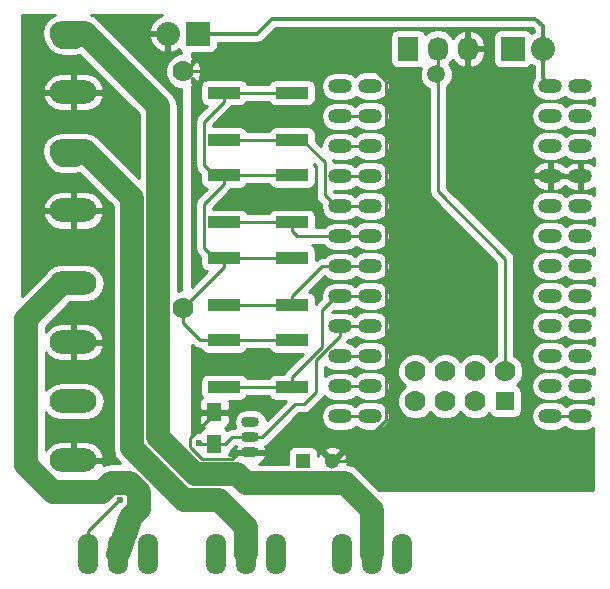
<source format=gtl>
G04 #@! TF.FileFunction,Copper,L1,Top,Signal*
%FSLAX46Y46*%
G04 Gerber Fmt 4.6, Leading zero omitted, Abs format (unit mm)*
G04 Created by KiCad (PCBNEW 4.0.2-stable) date 25-Jul-16 9:15:29 PM*
%MOMM*%
G01*
G04 APERTURE LIST*
%ADD10C,0.100000*%
%ADD11C,1.778000*%
%ADD12O,2.000000X1.200000*%
%ADD13R,1.524000X1.524000*%
%ADD14R,1.300000X1.300000*%
%ADD15C,1.300000*%
%ADD16R,1.300000X1.500000*%
%ADD17R,1.727200X2.032000*%
%ADD18O,1.727200X2.032000*%
%ADD19R,2.032000X2.032000*%
%ADD20O,2.032000X2.032000*%
%ADD21O,1.501140X0.899160*%
%ADD22R,2.750000X1.000000*%
%ADD23O,1.699260X3.500120*%
%ADD24O,3.962400X1.981200*%
%ADD25C,1.500000*%
%ADD26C,0.600000*%
%ADD27C,0.250000*%
%ADD28C,0.300000*%
%ADD29C,2.000000*%
%ADD30C,0.254000*%
G04 APERTURE END LIST*
D10*
D11*
X139065000Y-77470000D03*
X139065000Y-97536000D03*
D12*
X170180302Y-78708446D03*
X154940302Y-78708446D03*
X170180302Y-81248446D03*
X154940302Y-81248446D03*
X170180302Y-83788446D03*
X154940302Y-83788446D03*
X170180302Y-86328446D03*
X154940302Y-86328446D03*
X170180302Y-88868446D03*
X154940302Y-88868446D03*
X170180302Y-91408446D03*
X154940302Y-91408446D03*
X170180302Y-93948446D03*
X154940302Y-93948446D03*
X170180302Y-96488446D03*
X154940302Y-96488446D03*
X170180302Y-99028446D03*
X154940302Y-99028446D03*
X170180302Y-101568446D03*
X154940302Y-101568446D03*
X170180302Y-104108446D03*
X154940302Y-104108446D03*
X170180302Y-106648446D03*
X154940302Y-106648446D03*
X152400000Y-78740000D03*
X152400000Y-81280000D03*
X152400000Y-83820000D03*
X152400000Y-86360000D03*
X152400000Y-88900000D03*
X152400000Y-91440000D03*
X152400000Y-93980000D03*
X152400000Y-96520000D03*
X152400000Y-99060000D03*
X152400000Y-101600000D03*
X152400000Y-104140000D03*
X152400000Y-106680000D03*
X172720000Y-106680000D03*
X172720000Y-104140000D03*
X172720000Y-101600000D03*
X172720000Y-99060000D03*
X172720000Y-96520000D03*
X172720000Y-93980000D03*
X172720000Y-91440000D03*
X172720000Y-88900000D03*
X172720000Y-86360000D03*
X172720000Y-83820000D03*
X172720000Y-81280000D03*
X172720000Y-78740000D03*
D13*
X166370000Y-105410000D03*
D11*
X163830000Y-105410000D03*
X161290000Y-105410000D03*
X158750000Y-105410000D03*
X158750000Y-102870000D03*
X161290000Y-102870000D03*
X163830000Y-102870000D03*
X166370000Y-102870000D03*
D14*
X149225000Y-110490000D03*
D15*
X151725000Y-110490000D03*
D16*
X141732000Y-109046000D03*
X141732000Y-106346000D03*
D17*
X158115000Y-75565000D03*
D18*
X160655000Y-75565000D03*
X163195000Y-75565000D03*
D19*
X167005000Y-75565000D03*
D20*
X169545000Y-75565000D03*
D21*
X144780000Y-108458000D03*
X144780000Y-109728000D03*
X144780000Y-107188000D03*
D22*
X148290000Y-79280000D03*
X142540000Y-79280000D03*
X142540000Y-83280000D03*
X148290000Y-83280000D03*
X148290000Y-100235000D03*
X142540000Y-100235000D03*
X142540000Y-104235000D03*
X148290000Y-104235000D03*
X148290000Y-86265000D03*
X142540000Y-86265000D03*
X142540000Y-90265000D03*
X148290000Y-90265000D03*
X148290000Y-93250000D03*
X142540000Y-93250000D03*
X142540000Y-97250000D03*
X148290000Y-97250000D03*
D23*
X133604000Y-118364000D03*
X131064000Y-118364000D03*
X136144000Y-118364000D03*
X144399000Y-118364000D03*
X141859000Y-118364000D03*
X146939000Y-118364000D03*
X155067000Y-118364000D03*
X152527000Y-118364000D03*
X157607000Y-118364000D03*
D19*
X140335000Y-74295000D03*
D20*
X137795000Y-74295000D03*
D24*
X129794000Y-110410000D03*
X129794000Y-105410000D03*
X129794000Y-95410000D03*
X129794000Y-100410000D03*
X129794000Y-89248000D03*
X129794000Y-84248000D03*
X129794000Y-74248000D03*
X129794000Y-79248000D03*
D25*
X160528000Y-77724000D03*
D26*
X133731000Y-113792000D03*
X140462000Y-108966000D03*
D27*
X142540000Y-86265000D02*
X142540000Y-87015000D01*
X140839999Y-92424999D02*
X141665000Y-93250000D01*
X142540000Y-87015000D02*
X140839999Y-88715001D01*
X140839999Y-88715001D02*
X140839999Y-92424999D01*
X141665000Y-93250000D02*
X142540000Y-93250000D01*
X142540000Y-79280000D02*
X142540000Y-80030000D01*
X141665000Y-86265000D02*
X142540000Y-86265000D01*
X142540000Y-80030000D02*
X140839999Y-81730001D01*
X140839999Y-81730001D02*
X140839999Y-85439999D01*
X140839999Y-85439999D02*
X141665000Y-86265000D01*
X139065000Y-97536000D02*
X142540000Y-94061000D01*
X142540000Y-94061000D02*
X142540000Y-93250000D01*
X139065000Y-97536000D02*
X139065000Y-98793235D01*
X139065000Y-98793235D02*
X140506765Y-100235000D01*
X140506765Y-100235000D02*
X140915000Y-100235000D01*
X140915000Y-100235000D02*
X142540000Y-100235000D01*
X148290000Y-79280000D02*
X142540000Y-79280000D01*
X148290000Y-86265000D02*
X142540000Y-86265000D01*
X148290000Y-93250000D02*
X142540000Y-93250000D01*
X148290000Y-100235000D02*
X142540000Y-100235000D01*
X152400000Y-81280000D02*
X154908748Y-81280000D01*
X154908748Y-81280000D02*
X154940302Y-81248446D01*
X154940302Y-83788446D02*
X152431554Y-83788446D01*
X152431554Y-83788446D02*
X152400000Y-83820000D01*
X143240452Y-110266978D02*
X143779430Y-109728000D01*
X140652888Y-110266978D02*
X143240452Y-110266978D01*
X139700000Y-109314090D02*
X140652888Y-110266978D01*
X139700000Y-108478000D02*
X139700000Y-109314090D01*
X141732000Y-106346000D02*
X141732000Y-106446000D01*
X141732000Y-106446000D02*
X139700000Y-108478000D01*
X143779430Y-109728000D02*
X144780000Y-109728000D01*
X139065000Y-77470000D02*
X149606000Y-77470000D01*
X149606000Y-77470000D02*
X150876000Y-76200000D01*
X150876000Y-76200000D02*
X154140017Y-76200000D01*
X154140017Y-76200000D02*
X156265312Y-78325295D01*
X156265312Y-78325295D02*
X156265312Y-107031597D01*
X156265312Y-107031597D02*
X152806909Y-110490000D01*
X152806909Y-110490000D02*
X152644238Y-110490000D01*
X152644238Y-110490000D02*
X151725000Y-110490000D01*
X151725000Y-110450000D02*
X151725000Y-110490000D01*
X154940302Y-86328446D02*
X152431554Y-86328446D01*
X152431554Y-86328446D02*
X152400000Y-86360000D01*
X172720000Y-106680000D02*
X170211856Y-106680000D01*
X170211856Y-106680000D02*
X170180302Y-106648446D01*
X154940302Y-106648446D02*
X152431554Y-106648446D01*
X152431554Y-106648446D02*
X152400000Y-106680000D01*
X133635940Y-113792000D02*
X133731000Y-113792000D01*
X131064000Y-118364000D02*
X131064000Y-116363940D01*
X131064000Y-116363940D02*
X133635940Y-113792000D01*
X144780000Y-108458000D02*
X145780570Y-108458000D01*
X145780570Y-108458000D02*
X148574570Y-105664000D01*
X148574570Y-105664000D02*
X149321002Y-105664000D01*
X149321002Y-105664000D02*
X150368000Y-104617002D01*
X150368000Y-104617002D02*
X150368000Y-101923839D01*
X150368000Y-101923839D02*
X152400000Y-99891839D01*
X152400000Y-99891839D02*
X152400000Y-99060000D01*
X141732000Y-109046000D02*
X142632000Y-109046000D01*
X142632000Y-109046000D02*
X143220000Y-108458000D01*
X143220000Y-108458000D02*
X143779430Y-108458000D01*
X143779430Y-108458000D02*
X144780000Y-108458000D01*
X140542000Y-109046000D02*
X141732000Y-109046000D01*
X140462000Y-108966000D02*
X140542000Y-109046000D01*
X152400000Y-99060000D02*
X154908748Y-99060000D01*
X154908748Y-99060000D02*
X154940302Y-99028446D01*
X141732000Y-108987246D02*
X141582791Y-108838037D01*
X141732000Y-109046000D02*
X141732000Y-108987246D01*
X141582791Y-108838037D02*
X141282792Y-108538038D01*
X154940302Y-88868446D02*
X152431554Y-88868446D01*
X152431554Y-88868446D02*
X152400000Y-88900000D01*
X148290000Y-83280000D02*
X142540000Y-83280000D01*
X148290000Y-83280000D02*
X149165000Y-83280000D01*
X149165000Y-83280000D02*
X151074990Y-85189990D01*
X151074990Y-85189990D02*
X151074990Y-87974990D01*
X151074990Y-87974990D02*
X152000000Y-88900000D01*
X152000000Y-88900000D02*
X152400000Y-88900000D01*
X152000000Y-96520000D02*
X152400000Y-96520000D01*
X150818011Y-97701989D02*
X152000000Y-96520000D01*
X150818011Y-100837417D02*
X150818011Y-97701989D01*
X148290000Y-104235000D02*
X148290000Y-103365428D01*
X148290000Y-103365428D02*
X150818011Y-100837417D01*
X148290000Y-104235000D02*
X142540000Y-104235000D01*
X152400000Y-96520000D02*
X154908748Y-96520000D01*
X154908748Y-96520000D02*
X154940302Y-96488446D01*
X152400000Y-91440000D02*
X154908748Y-91440000D01*
X154908748Y-91440000D02*
X154940302Y-91408446D01*
X148290000Y-90265000D02*
X142540000Y-90265000D01*
X152400000Y-91440000D02*
X148715000Y-91440000D01*
X148715000Y-91440000D02*
X148290000Y-91015000D01*
X148290000Y-91015000D02*
X148290000Y-90265000D01*
X154940302Y-93948446D02*
X152431554Y-93948446D01*
X152431554Y-93948446D02*
X152400000Y-93980000D01*
X148290000Y-97250000D02*
X142540000Y-97250000D01*
X148290000Y-97250000D02*
X148290000Y-96500000D01*
X148290000Y-96500000D02*
X150810000Y-93980000D01*
X150810000Y-93980000D02*
X151150000Y-93980000D01*
X151150000Y-93980000D02*
X152400000Y-93980000D01*
X166370000Y-93345000D02*
X160655000Y-87630000D01*
X160655000Y-87630000D02*
X160655000Y-75565000D01*
X166370000Y-102870000D02*
X166370000Y-93345000D01*
D28*
X146639000Y-73025000D02*
X145369000Y-74295000D01*
X145369000Y-74295000D02*
X140335000Y-74295000D01*
X169545000Y-75565000D02*
X169545000Y-78073144D01*
X169545000Y-78073144D02*
X170180302Y-78708446D01*
X146639000Y-73025000D02*
X168910000Y-73025000D01*
X168910000Y-73025000D02*
X169545000Y-73660000D01*
X169545000Y-73660000D02*
X169545000Y-75565000D01*
D27*
X154940302Y-101568446D02*
X152431554Y-101568446D01*
X152431554Y-101568446D02*
X152400000Y-101600000D01*
X152400000Y-104140000D02*
X154908748Y-104140000D01*
X154908748Y-104140000D02*
X154940302Y-104108446D01*
D29*
X134652998Y-115217006D02*
X133604000Y-118364000D01*
X135358002Y-114512002D02*
X134652998Y-115217006D01*
X135358002Y-113071998D02*
X135358002Y-114512002D01*
X134578002Y-112291998D02*
X135358002Y-113071998D01*
X133010998Y-112291998D02*
X134578002Y-112291998D01*
X129794000Y-95410000D02*
X128803400Y-95410000D01*
X128057998Y-113071998D02*
X132230998Y-113071998D01*
X125812800Y-110826800D02*
X128057998Y-113071998D01*
X125812800Y-98400600D02*
X125812800Y-110826800D01*
X128803400Y-95410000D02*
X125812800Y-98400600D01*
X132230998Y-113071998D02*
X133010998Y-112291998D01*
X144399000Y-116078000D02*
X142113000Y-113792000D01*
X142113000Y-113792000D02*
X139189289Y-113792000D01*
X144399000Y-118364000D02*
X144399000Y-116078000D01*
X134775988Y-88239388D02*
X130784600Y-84248000D01*
X139189289Y-113792000D02*
X134775988Y-109378699D01*
X134775988Y-109378699D02*
X134775988Y-88239388D01*
X130784600Y-84248000D02*
X129794000Y-84248000D01*
X144399000Y-118364000D02*
X144399000Y-116903284D01*
X129895600Y-84535000D02*
X128905000Y-84535000D01*
D27*
X144399000Y-117463570D02*
X144399000Y-118364000D01*
D29*
X136975999Y-108467426D02*
X140100562Y-111591989D01*
X140100562Y-111591989D02*
X143659273Y-111591989D01*
X129794000Y-74248000D02*
X130784600Y-74248000D01*
X152807050Y-112353990D02*
X155067000Y-114613940D01*
X130784600Y-74248000D02*
X136975999Y-80439399D01*
X143659273Y-111591989D02*
X144421274Y-112353990D01*
X136975999Y-80439399D02*
X136975999Y-108467426D01*
X144421274Y-112353990D02*
X152807050Y-112353990D01*
X155067000Y-114613940D02*
X155067000Y-118364000D01*
X128905000Y-74535000D02*
X129895600Y-74535000D01*
D27*
X155067000Y-117463570D02*
X155067000Y-118364000D01*
D30*
G36*
X168760000Y-73985158D02*
X168760000Y-74109688D01*
X168573208Y-74234499D01*
X168485090Y-74097559D01*
X168272890Y-73952569D01*
X168021000Y-73901560D01*
X165989000Y-73901560D01*
X165753683Y-73945838D01*
X165537559Y-74084910D01*
X165392569Y-74297110D01*
X165341560Y-74549000D01*
X165341560Y-76581000D01*
X165385838Y-76816317D01*
X165524910Y-77032441D01*
X165737110Y-77177431D01*
X165989000Y-77228440D01*
X168021000Y-77228440D01*
X168256317Y-77184162D01*
X168472441Y-77045090D01*
X168574198Y-76896163D01*
X168760000Y-77020312D01*
X168760000Y-78007268D01*
X168607279Y-78235832D01*
X168513270Y-78708446D01*
X168607279Y-79181060D01*
X168874993Y-79581723D01*
X169275656Y-79849437D01*
X169748270Y-79943446D01*
X170612334Y-79943446D01*
X171084948Y-79849437D01*
X171426539Y-79621194D01*
X171815354Y-79880991D01*
X172287968Y-79975000D01*
X173152032Y-79975000D01*
X173624646Y-79880991D01*
X173895427Y-79700061D01*
X173893853Y-80318887D01*
X173624646Y-80139009D01*
X173152032Y-80045000D01*
X172287968Y-80045000D01*
X171815354Y-80139009D01*
X171473763Y-80367252D01*
X171084948Y-80107455D01*
X170612334Y-80013446D01*
X169748270Y-80013446D01*
X169275656Y-80107455D01*
X168874993Y-80375169D01*
X168607279Y-80775832D01*
X168513270Y-81248446D01*
X168607279Y-81721060D01*
X168874993Y-82121723D01*
X169275656Y-82389437D01*
X169748270Y-82483446D01*
X170612334Y-82483446D01*
X171084948Y-82389437D01*
X171426539Y-82161194D01*
X171815354Y-82420991D01*
X172287968Y-82515000D01*
X173152032Y-82515000D01*
X173624646Y-82420991D01*
X173888953Y-82244387D01*
X173887401Y-82854576D01*
X173624646Y-82679009D01*
X173152032Y-82585000D01*
X172287968Y-82585000D01*
X171815354Y-82679009D01*
X171473763Y-82907252D01*
X171084948Y-82647455D01*
X170612334Y-82553446D01*
X169748270Y-82553446D01*
X169275656Y-82647455D01*
X168874993Y-82915169D01*
X168607279Y-83315832D01*
X168513270Y-83788446D01*
X168607279Y-84261060D01*
X168874993Y-84661723D01*
X169275656Y-84929437D01*
X169748270Y-85023446D01*
X170612334Y-85023446D01*
X171084948Y-84929437D01*
X171426539Y-84701194D01*
X171815354Y-84960991D01*
X172287968Y-85055000D01*
X173152032Y-85055000D01*
X173624646Y-84960991D01*
X173882479Y-84788713D01*
X173880900Y-85409142D01*
X173709947Y-85267610D01*
X173247000Y-85125000D01*
X172847000Y-85125000D01*
X172847000Y-86233000D01*
X172867000Y-86233000D01*
X172867000Y-86487000D01*
X172847000Y-86487000D01*
X172847000Y-87595000D01*
X173247000Y-87595000D01*
X173709947Y-87452390D01*
X173876051Y-87314873D01*
X173874496Y-87925953D01*
X173624646Y-87759009D01*
X173152032Y-87665000D01*
X172287968Y-87665000D01*
X171815354Y-87759009D01*
X171473763Y-87987252D01*
X171084948Y-87727455D01*
X170612334Y-87633446D01*
X169748270Y-87633446D01*
X169275656Y-87727455D01*
X168874993Y-87995169D01*
X168607279Y-88395832D01*
X168513270Y-88868446D01*
X168607279Y-89341060D01*
X168874993Y-89741723D01*
X169275656Y-90009437D01*
X169748270Y-90103446D01*
X170612334Y-90103446D01*
X171084948Y-90009437D01*
X171426539Y-89781194D01*
X171815354Y-90040991D01*
X172287968Y-90135000D01*
X173152032Y-90135000D01*
X173624646Y-90040991D01*
X173869531Y-89877364D01*
X173868044Y-90461642D01*
X173624646Y-90299009D01*
X173152032Y-90205000D01*
X172287968Y-90205000D01*
X171815354Y-90299009D01*
X171473763Y-90527252D01*
X171084948Y-90267455D01*
X170612334Y-90173446D01*
X169748270Y-90173446D01*
X169275656Y-90267455D01*
X168874993Y-90535169D01*
X168607279Y-90935832D01*
X168513270Y-91408446D01*
X168607279Y-91881060D01*
X168874993Y-92281723D01*
X169275656Y-92549437D01*
X169748270Y-92643446D01*
X170612334Y-92643446D01*
X171084948Y-92549437D01*
X171426539Y-92321194D01*
X171815354Y-92580991D01*
X172287968Y-92675000D01*
X173152032Y-92675000D01*
X173624646Y-92580991D01*
X173863057Y-92421690D01*
X173861592Y-92997331D01*
X173624646Y-92839009D01*
X173152032Y-92745000D01*
X172287968Y-92745000D01*
X171815354Y-92839009D01*
X171473763Y-93067252D01*
X171084948Y-92807455D01*
X170612334Y-92713446D01*
X169748270Y-92713446D01*
X169275656Y-92807455D01*
X168874993Y-93075169D01*
X168607279Y-93475832D01*
X168513270Y-93948446D01*
X168607279Y-94421060D01*
X168874993Y-94821723D01*
X169275656Y-95089437D01*
X169748270Y-95183446D01*
X170612334Y-95183446D01*
X171084948Y-95089437D01*
X171426539Y-94861194D01*
X171815354Y-95120991D01*
X172287968Y-95215000D01*
X173152032Y-95215000D01*
X173624646Y-95120991D01*
X173856583Y-94966016D01*
X173855140Y-95533020D01*
X173624646Y-95379009D01*
X173152032Y-95285000D01*
X172287968Y-95285000D01*
X171815354Y-95379009D01*
X171473763Y-95607252D01*
X171084948Y-95347455D01*
X170612334Y-95253446D01*
X169748270Y-95253446D01*
X169275656Y-95347455D01*
X168874993Y-95615169D01*
X168607279Y-96015832D01*
X168513270Y-96488446D01*
X168607279Y-96961060D01*
X168874993Y-97361723D01*
X169275656Y-97629437D01*
X169748270Y-97723446D01*
X170612334Y-97723446D01*
X171084948Y-97629437D01*
X171426539Y-97401194D01*
X171815354Y-97660991D01*
X172287968Y-97755000D01*
X173152032Y-97755000D01*
X173624646Y-97660991D01*
X173850108Y-97510342D01*
X173848688Y-98068709D01*
X173624646Y-97919009D01*
X173152032Y-97825000D01*
X172287968Y-97825000D01*
X171815354Y-97919009D01*
X171473763Y-98147252D01*
X171084948Y-97887455D01*
X170612334Y-97793446D01*
X169748270Y-97793446D01*
X169275656Y-97887455D01*
X168874993Y-98155169D01*
X168607279Y-98555832D01*
X168513270Y-99028446D01*
X168607279Y-99501060D01*
X168874993Y-99901723D01*
X169275656Y-100169437D01*
X169748270Y-100263446D01*
X170612334Y-100263446D01*
X171084948Y-100169437D01*
X171426539Y-99941194D01*
X171815354Y-100200991D01*
X172287968Y-100295000D01*
X173152032Y-100295000D01*
X173624646Y-100200991D01*
X173843634Y-100054668D01*
X173842236Y-100604397D01*
X173624646Y-100459009D01*
X173152032Y-100365000D01*
X172287968Y-100365000D01*
X171815354Y-100459009D01*
X171473763Y-100687252D01*
X171084948Y-100427455D01*
X170612334Y-100333446D01*
X169748270Y-100333446D01*
X169275656Y-100427455D01*
X168874993Y-100695169D01*
X168607279Y-101095832D01*
X168513270Y-101568446D01*
X168607279Y-102041060D01*
X168874993Y-102441723D01*
X169275656Y-102709437D01*
X169748270Y-102803446D01*
X170612334Y-102803446D01*
X171084948Y-102709437D01*
X171426539Y-102481194D01*
X171815354Y-102740991D01*
X172287968Y-102835000D01*
X173152032Y-102835000D01*
X173624646Y-102740991D01*
X173837160Y-102598994D01*
X173835783Y-103140086D01*
X173624646Y-102999009D01*
X173152032Y-102905000D01*
X172287968Y-102905000D01*
X171815354Y-102999009D01*
X171473763Y-103227252D01*
X171084948Y-102967455D01*
X170612334Y-102873446D01*
X169748270Y-102873446D01*
X169275656Y-102967455D01*
X168874993Y-103235169D01*
X168607279Y-103635832D01*
X168513270Y-104108446D01*
X168607279Y-104581060D01*
X168874993Y-104981723D01*
X169275656Y-105249437D01*
X169748270Y-105343446D01*
X170612334Y-105343446D01*
X171084948Y-105249437D01*
X171426539Y-105021194D01*
X171815354Y-105280991D01*
X172287968Y-105375000D01*
X173152032Y-105375000D01*
X173624646Y-105280991D01*
X173830686Y-105143320D01*
X173829331Y-105675775D01*
X173624646Y-105539009D01*
X173152032Y-105445000D01*
X172287968Y-105445000D01*
X171815354Y-105539009D01*
X171473763Y-105767252D01*
X171084948Y-105507455D01*
X170612334Y-105413446D01*
X169748270Y-105413446D01*
X169275656Y-105507455D01*
X168874993Y-105775169D01*
X168607279Y-106175832D01*
X168513270Y-106648446D01*
X168607279Y-107121060D01*
X168874993Y-107521723D01*
X169275656Y-107789437D01*
X169748270Y-107883446D01*
X170612334Y-107883446D01*
X171084948Y-107789437D01*
X171426539Y-107561194D01*
X171815354Y-107820991D01*
X172287968Y-107915000D01*
X173152032Y-107915000D01*
X173624646Y-107820991D01*
X173824212Y-107687645D01*
X173810941Y-112903000D01*
X155668300Y-112903000D01*
X153963170Y-111197870D01*
X153432738Y-110843447D01*
X152993022Y-110755981D01*
X153022622Y-110670922D01*
X152993083Y-110160572D01*
X152854611Y-109826271D01*
X152624016Y-109770590D01*
X151904605Y-110490000D01*
X151918748Y-110504143D01*
X151739143Y-110683748D01*
X151725000Y-110669605D01*
X151710858Y-110683748D01*
X151531253Y-110504143D01*
X151545395Y-110490000D01*
X150825984Y-109770590D01*
X150595389Y-109826271D01*
X150522440Y-110035902D01*
X150522440Y-109840000D01*
X150478162Y-109604683D01*
X150469347Y-109590984D01*
X151005590Y-109590984D01*
X151725000Y-110310395D01*
X152444410Y-109590984D01*
X152388729Y-109360389D01*
X151905922Y-109192378D01*
X151395572Y-109221917D01*
X151061271Y-109360389D01*
X151005590Y-109590984D01*
X150469347Y-109590984D01*
X150339090Y-109388559D01*
X150126890Y-109243569D01*
X149875000Y-109192560D01*
X148575000Y-109192560D01*
X148339683Y-109236838D01*
X148123559Y-109375910D01*
X147978569Y-109588110D01*
X147927560Y-109840000D01*
X147927560Y-110718990D01*
X145497253Y-110718990D01*
X145613373Y-110681420D01*
X145937706Y-110405111D01*
X146124981Y-110021935D01*
X145998068Y-109855000D01*
X144907000Y-109855000D01*
X144907000Y-109875000D01*
X144653000Y-109875000D01*
X144653000Y-109855000D01*
X143561932Y-109855000D01*
X143484394Y-109956989D01*
X142996839Y-109956989D01*
X143029440Y-109796000D01*
X143029440Y-109676920D01*
X143169401Y-109583401D01*
X143534802Y-109218000D01*
X143540619Y-109218000D01*
X143435019Y-109434065D01*
X143561932Y-109601000D01*
X144653000Y-109601000D01*
X144653000Y-109581000D01*
X144907000Y-109581000D01*
X144907000Y-109601000D01*
X145998068Y-109601000D01*
X146124981Y-109434065D01*
X145998221Y-109174706D01*
X146071409Y-109160148D01*
X146317971Y-108995401D01*
X148633372Y-106680000D01*
X150732968Y-106680000D01*
X150826977Y-107152614D01*
X151094691Y-107553277D01*
X151495354Y-107820991D01*
X151967968Y-107915000D01*
X152832032Y-107915000D01*
X153304646Y-107820991D01*
X153693763Y-107560992D01*
X154035656Y-107789437D01*
X154508270Y-107883446D01*
X155372334Y-107883446D01*
X155844948Y-107789437D01*
X156245611Y-107521723D01*
X156513325Y-107121060D01*
X156607334Y-106648446D01*
X156513325Y-106175832D01*
X156245611Y-105775169D01*
X155844948Y-105507455D01*
X155372334Y-105413446D01*
X154508270Y-105413446D01*
X154035656Y-105507455D01*
X153646539Y-105767454D01*
X153304646Y-105539009D01*
X152832032Y-105445000D01*
X151967968Y-105445000D01*
X151495354Y-105539009D01*
X151094691Y-105806723D01*
X150826977Y-106207386D01*
X150732968Y-106680000D01*
X148633372Y-106680000D01*
X148889372Y-106424000D01*
X149321002Y-106424000D01*
X149611841Y-106366148D01*
X149858403Y-106201401D01*
X150905401Y-105154403D01*
X151047195Y-104942193D01*
X151094691Y-105013277D01*
X151495354Y-105280991D01*
X151967968Y-105375000D01*
X152832032Y-105375000D01*
X153304646Y-105280991D01*
X153693763Y-105020992D01*
X154035656Y-105249437D01*
X154508270Y-105343446D01*
X155372334Y-105343446D01*
X155844948Y-105249437D01*
X156245611Y-104981723D01*
X156513325Y-104581060D01*
X156607334Y-104108446D01*
X156513325Y-103635832D01*
X156245611Y-103235169D01*
X155844948Y-102967455D01*
X155372334Y-102873446D01*
X154508270Y-102873446D01*
X154035656Y-102967455D01*
X153646539Y-103227454D01*
X153304646Y-102999009D01*
X152832032Y-102905000D01*
X151967968Y-102905000D01*
X151495354Y-102999009D01*
X151128000Y-103244467D01*
X151128000Y-102495533D01*
X151495354Y-102740991D01*
X151967968Y-102835000D01*
X152832032Y-102835000D01*
X153304646Y-102740991D01*
X153693763Y-102480992D01*
X154035656Y-102709437D01*
X154508270Y-102803446D01*
X155372334Y-102803446D01*
X155844948Y-102709437D01*
X156245611Y-102441723D01*
X156513325Y-102041060D01*
X156607334Y-101568446D01*
X156513325Y-101095832D01*
X156245611Y-100695169D01*
X155844948Y-100427455D01*
X155372334Y-100333446D01*
X154508270Y-100333446D01*
X154035656Y-100427455D01*
X153646539Y-100687454D01*
X153304646Y-100459009D01*
X152962927Y-100391037D01*
X153056997Y-100250252D01*
X153304646Y-100200991D01*
X153693763Y-99940992D01*
X154035656Y-100169437D01*
X154508270Y-100263446D01*
X155372334Y-100263446D01*
X155844948Y-100169437D01*
X156245611Y-99901723D01*
X156513325Y-99501060D01*
X156607334Y-99028446D01*
X156513325Y-98555832D01*
X156245611Y-98155169D01*
X155844948Y-97887455D01*
X155372334Y-97793446D01*
X154508270Y-97793446D01*
X154035656Y-97887455D01*
X153646539Y-98147454D01*
X153304646Y-97919009D01*
X152832032Y-97825000D01*
X151967968Y-97825000D01*
X151720597Y-97874205D01*
X151861066Y-97733736D01*
X151967968Y-97755000D01*
X152832032Y-97755000D01*
X153304646Y-97660991D01*
X153693763Y-97400992D01*
X154035656Y-97629437D01*
X154508270Y-97723446D01*
X155372334Y-97723446D01*
X155844948Y-97629437D01*
X156245611Y-97361723D01*
X156513325Y-96961060D01*
X156607334Y-96488446D01*
X156513325Y-96015832D01*
X156245611Y-95615169D01*
X155844948Y-95347455D01*
X155372334Y-95253446D01*
X154508270Y-95253446D01*
X154035656Y-95347455D01*
X153646539Y-95607454D01*
X153304646Y-95379009D01*
X152832032Y-95285000D01*
X151967968Y-95285000D01*
X151495354Y-95379009D01*
X151094691Y-95646723D01*
X150826977Y-96047386D01*
X150732968Y-96520000D01*
X150764861Y-96680337D01*
X150312440Y-97132758D01*
X150312440Y-96750000D01*
X150268162Y-96514683D01*
X150129090Y-96298559D01*
X149916890Y-96153569D01*
X149745866Y-96118936D01*
X151061379Y-94803423D01*
X151094691Y-94853277D01*
X151495354Y-95120991D01*
X151967968Y-95215000D01*
X152832032Y-95215000D01*
X153304646Y-95120991D01*
X153693763Y-94860992D01*
X154035656Y-95089437D01*
X154508270Y-95183446D01*
X155372334Y-95183446D01*
X155844948Y-95089437D01*
X156245611Y-94821723D01*
X156513325Y-94421060D01*
X156607334Y-93948446D01*
X156513325Y-93475832D01*
X156245611Y-93075169D01*
X155844948Y-92807455D01*
X155372334Y-92713446D01*
X154508270Y-92713446D01*
X154035656Y-92807455D01*
X153646539Y-93067454D01*
X153304646Y-92839009D01*
X152832032Y-92745000D01*
X151967968Y-92745000D01*
X151495354Y-92839009D01*
X151094691Y-93106723D01*
X151019002Y-93220000D01*
X150810000Y-93220000D01*
X150519160Y-93277852D01*
X150312440Y-93415978D01*
X150312440Y-92750000D01*
X150268162Y-92514683D01*
X150129090Y-92298559D01*
X149984844Y-92200000D01*
X151019002Y-92200000D01*
X151094691Y-92313277D01*
X151495354Y-92580991D01*
X151967968Y-92675000D01*
X152832032Y-92675000D01*
X153304646Y-92580991D01*
X153693763Y-92320992D01*
X154035656Y-92549437D01*
X154508270Y-92643446D01*
X155372334Y-92643446D01*
X155844948Y-92549437D01*
X156245611Y-92281723D01*
X156513325Y-91881060D01*
X156607334Y-91408446D01*
X156513325Y-90935832D01*
X156245611Y-90535169D01*
X155844948Y-90267455D01*
X155372334Y-90173446D01*
X154508270Y-90173446D01*
X154035656Y-90267455D01*
X153646539Y-90527454D01*
X153304646Y-90299009D01*
X152832032Y-90205000D01*
X151967968Y-90205000D01*
X151495354Y-90299009D01*
X151094691Y-90566723D01*
X151019002Y-90680000D01*
X150312440Y-90680000D01*
X150312440Y-89765000D01*
X150268162Y-89529683D01*
X150129090Y-89313559D01*
X149916890Y-89168569D01*
X149665000Y-89117560D01*
X146915000Y-89117560D01*
X146679683Y-89161838D01*
X146463559Y-89300910D01*
X146324110Y-89505000D01*
X144502279Y-89505000D01*
X144379090Y-89313559D01*
X144166890Y-89168569D01*
X143915000Y-89117560D01*
X141599999Y-89117560D01*
X141599999Y-89029803D01*
X143077401Y-87552401D01*
X143170920Y-87412440D01*
X143915000Y-87412440D01*
X144150317Y-87368162D01*
X144366441Y-87229090D01*
X144505890Y-87025000D01*
X146327721Y-87025000D01*
X146450910Y-87216441D01*
X146663110Y-87361431D01*
X146915000Y-87412440D01*
X149665000Y-87412440D01*
X149900317Y-87368162D01*
X150116441Y-87229090D01*
X150261431Y-87016890D01*
X150312440Y-86765000D01*
X150312440Y-85765000D01*
X150268162Y-85529683D01*
X150138716Y-85328518D01*
X150314990Y-85504792D01*
X150314990Y-87974990D01*
X150372842Y-88265829D01*
X150537589Y-88512391D01*
X150764861Y-88739663D01*
X150732968Y-88900000D01*
X150826977Y-89372614D01*
X151094691Y-89773277D01*
X151495354Y-90040991D01*
X151967968Y-90135000D01*
X152832032Y-90135000D01*
X153304646Y-90040991D01*
X153693763Y-89780992D01*
X154035656Y-90009437D01*
X154508270Y-90103446D01*
X155372334Y-90103446D01*
X155844948Y-90009437D01*
X156245611Y-89741723D01*
X156513325Y-89341060D01*
X156607334Y-88868446D01*
X156513325Y-88395832D01*
X156245611Y-87995169D01*
X155844948Y-87727455D01*
X155372334Y-87633446D01*
X154508270Y-87633446D01*
X154035656Y-87727455D01*
X153646539Y-87987454D01*
X153304646Y-87759009D01*
X152832032Y-87665000D01*
X151967968Y-87665000D01*
X151861066Y-87686264D01*
X151834990Y-87660188D01*
X151834990Y-87568549D01*
X151967968Y-87595000D01*
X152832032Y-87595000D01*
X153304646Y-87500991D01*
X153693763Y-87240992D01*
X154035656Y-87469437D01*
X154508270Y-87563446D01*
X155372334Y-87563446D01*
X155844948Y-87469437D01*
X156245611Y-87201723D01*
X156513325Y-86801060D01*
X156607334Y-86328446D01*
X156513325Y-85855832D01*
X156245611Y-85455169D01*
X155844948Y-85187455D01*
X155372334Y-85093446D01*
X154508270Y-85093446D01*
X154035656Y-85187455D01*
X153646539Y-85447454D01*
X153304646Y-85219009D01*
X152832032Y-85125000D01*
X151967968Y-85125000D01*
X151827616Y-85152918D01*
X151801554Y-85021898D01*
X151967968Y-85055000D01*
X152832032Y-85055000D01*
X153304646Y-84960991D01*
X153693763Y-84700992D01*
X154035656Y-84929437D01*
X154508270Y-85023446D01*
X155372334Y-85023446D01*
X155844948Y-84929437D01*
X156245611Y-84661723D01*
X156513325Y-84261060D01*
X156607334Y-83788446D01*
X156513325Y-83315832D01*
X156245611Y-82915169D01*
X155844948Y-82647455D01*
X155372334Y-82553446D01*
X154508270Y-82553446D01*
X154035656Y-82647455D01*
X153646539Y-82907454D01*
X153304646Y-82679009D01*
X152832032Y-82585000D01*
X151967968Y-82585000D01*
X151495354Y-82679009D01*
X151094691Y-82946723D01*
X150826977Y-83347386D01*
X150740738Y-83780936D01*
X150312440Y-83352638D01*
X150312440Y-82780000D01*
X150268162Y-82544683D01*
X150129090Y-82328559D01*
X149916890Y-82183569D01*
X149665000Y-82132560D01*
X146915000Y-82132560D01*
X146679683Y-82176838D01*
X146463559Y-82315910D01*
X146324110Y-82520000D01*
X144502279Y-82520000D01*
X144379090Y-82328559D01*
X144166890Y-82183569D01*
X143915000Y-82132560D01*
X141599999Y-82132560D01*
X141599999Y-82044803D01*
X142364802Y-81280000D01*
X150732968Y-81280000D01*
X150826977Y-81752614D01*
X151094691Y-82153277D01*
X151495354Y-82420991D01*
X151967968Y-82515000D01*
X152832032Y-82515000D01*
X153304646Y-82420991D01*
X153693763Y-82160992D01*
X154035656Y-82389437D01*
X154508270Y-82483446D01*
X155372334Y-82483446D01*
X155844948Y-82389437D01*
X156245611Y-82121723D01*
X156513325Y-81721060D01*
X156607334Y-81248446D01*
X156513325Y-80775832D01*
X156245611Y-80375169D01*
X155844948Y-80107455D01*
X155372334Y-80013446D01*
X154508270Y-80013446D01*
X154035656Y-80107455D01*
X153646539Y-80367454D01*
X153304646Y-80139009D01*
X152832032Y-80045000D01*
X151967968Y-80045000D01*
X151495354Y-80139009D01*
X151094691Y-80406723D01*
X150826977Y-80807386D01*
X150732968Y-81280000D01*
X142364802Y-81280000D01*
X143077401Y-80567401D01*
X143170920Y-80427440D01*
X143915000Y-80427440D01*
X144150317Y-80383162D01*
X144366441Y-80244090D01*
X144505890Y-80040000D01*
X146327721Y-80040000D01*
X146450910Y-80231441D01*
X146663110Y-80376431D01*
X146915000Y-80427440D01*
X149665000Y-80427440D01*
X149900317Y-80383162D01*
X150116441Y-80244090D01*
X150261431Y-80031890D01*
X150312440Y-79780000D01*
X150312440Y-78780000D01*
X150304914Y-78740000D01*
X150732968Y-78740000D01*
X150826977Y-79212614D01*
X151094691Y-79613277D01*
X151495354Y-79880991D01*
X151967968Y-79975000D01*
X152832032Y-79975000D01*
X153304646Y-79880991D01*
X153693763Y-79620992D01*
X154035656Y-79849437D01*
X154508270Y-79943446D01*
X155372334Y-79943446D01*
X155844948Y-79849437D01*
X156245611Y-79581723D01*
X156513325Y-79181060D01*
X156607334Y-78708446D01*
X156513325Y-78235832D01*
X156245611Y-77835169D01*
X155844948Y-77567455D01*
X155372334Y-77473446D01*
X154508270Y-77473446D01*
X154035656Y-77567455D01*
X153646539Y-77827454D01*
X153304646Y-77599009D01*
X152832032Y-77505000D01*
X151967968Y-77505000D01*
X151495354Y-77599009D01*
X151094691Y-77866723D01*
X150826977Y-78267386D01*
X150732968Y-78740000D01*
X150304914Y-78740000D01*
X150268162Y-78544683D01*
X150129090Y-78328559D01*
X149916890Y-78183569D01*
X149665000Y-78132560D01*
X146915000Y-78132560D01*
X146679683Y-78176838D01*
X146463559Y-78315910D01*
X146324110Y-78520000D01*
X144502279Y-78520000D01*
X144379090Y-78328559D01*
X144166890Y-78183569D01*
X143915000Y-78132560D01*
X141165000Y-78132560D01*
X140929683Y-78176838D01*
X140713559Y-78315910D01*
X140568569Y-78528110D01*
X140517560Y-78780000D01*
X140517560Y-79780000D01*
X140561838Y-80015317D01*
X140700910Y-80231441D01*
X140913110Y-80376431D01*
X141084134Y-80411064D01*
X140302598Y-81192600D01*
X140137851Y-81439162D01*
X140079999Y-81730001D01*
X140079999Y-85439999D01*
X140137851Y-85730838D01*
X140302598Y-85977400D01*
X140517560Y-86192362D01*
X140517560Y-86765000D01*
X140561838Y-87000317D01*
X140700910Y-87216441D01*
X140913110Y-87361431D01*
X141084134Y-87396064D01*
X140302598Y-88177600D01*
X140137851Y-88424162D01*
X140079999Y-88715001D01*
X140079999Y-92424999D01*
X140137851Y-92715838D01*
X140302598Y-92962400D01*
X140517560Y-93177362D01*
X140517560Y-93750000D01*
X140561838Y-93985317D01*
X140700910Y-94201441D01*
X140913110Y-94346431D01*
X141134861Y-94391337D01*
X139827000Y-95699198D01*
X139827000Y-78816399D01*
X139872533Y-78797539D01*
X139957591Y-78542196D01*
X139827000Y-78411605D01*
X139827000Y-78052395D01*
X140137196Y-78362591D01*
X140392539Y-78277533D01*
X140600516Y-77708035D01*
X140574723Y-77102300D01*
X140392539Y-76662467D01*
X140137196Y-76577409D01*
X139827000Y-76887605D01*
X139827000Y-76528395D01*
X139957591Y-76397804D01*
X139872533Y-76142461D01*
X139827000Y-76125833D01*
X139827000Y-75958440D01*
X141351000Y-75958440D01*
X141586317Y-75914162D01*
X141802441Y-75775090D01*
X141947431Y-75562890D01*
X141998440Y-75311000D01*
X141998440Y-75080000D01*
X145369000Y-75080000D01*
X145669407Y-75020245D01*
X145924079Y-74850079D01*
X146225158Y-74549000D01*
X156603960Y-74549000D01*
X156603960Y-76581000D01*
X156648238Y-76816317D01*
X156787310Y-77032441D01*
X156999510Y-77177431D01*
X157251400Y-77228440D01*
X158978600Y-77228440D01*
X159213917Y-77184162D01*
X159266575Y-77150278D01*
X159143241Y-77447298D01*
X159142760Y-77998285D01*
X159353169Y-78507515D01*
X159742436Y-78897461D01*
X159895000Y-78960811D01*
X159895000Y-87630000D01*
X159952852Y-87920839D01*
X160117599Y-88167401D01*
X165610000Y-93659803D01*
X165610000Y-101535055D01*
X165507851Y-101577262D01*
X165099664Y-101984737D01*
X164694404Y-101578769D01*
X164134472Y-101346265D01*
X163528188Y-101345736D01*
X162967851Y-101577262D01*
X162559664Y-101984737D01*
X162154404Y-101578769D01*
X161594472Y-101346265D01*
X160988188Y-101345736D01*
X160427851Y-101577262D01*
X160019664Y-101984737D01*
X159614404Y-101578769D01*
X159054472Y-101346265D01*
X158448188Y-101345736D01*
X157887851Y-101577262D01*
X157458769Y-102005596D01*
X157226265Y-102565528D01*
X157225736Y-103171812D01*
X157457262Y-103732149D01*
X157864737Y-104140336D01*
X157458769Y-104545596D01*
X157226265Y-105105528D01*
X157225736Y-105711812D01*
X157457262Y-106272149D01*
X157885596Y-106701231D01*
X158445528Y-106933735D01*
X159051812Y-106934264D01*
X159612149Y-106702738D01*
X160020336Y-106295263D01*
X160425596Y-106701231D01*
X160985528Y-106933735D01*
X161591812Y-106934264D01*
X162152149Y-106702738D01*
X162560336Y-106295263D01*
X162965596Y-106701231D01*
X163525528Y-106933735D01*
X164131812Y-106934264D01*
X164692149Y-106702738D01*
X165002189Y-106393239D01*
X165004838Y-106407317D01*
X165143910Y-106623441D01*
X165356110Y-106768431D01*
X165608000Y-106819440D01*
X167132000Y-106819440D01*
X167367317Y-106775162D01*
X167583441Y-106636090D01*
X167728431Y-106423890D01*
X167779440Y-106172000D01*
X167779440Y-104648000D01*
X167735162Y-104412683D01*
X167596090Y-104196559D01*
X167383890Y-104051569D01*
X167350322Y-104044771D01*
X167661231Y-103734404D01*
X167893735Y-103174472D01*
X167894264Y-102568188D01*
X167662738Y-102007851D01*
X167234404Y-101578769D01*
X167130000Y-101535417D01*
X167130000Y-93345000D01*
X167072148Y-93054161D01*
X166907402Y-92807599D01*
X161415000Y-87315198D01*
X161415000Y-86646055D01*
X168586840Y-86646055D01*
X168590710Y-86683727D01*
X168817222Y-87111920D01*
X169190355Y-87420836D01*
X169653302Y-87563446D01*
X170053302Y-87563446D01*
X170053302Y-86455446D01*
X170307302Y-86455446D01*
X170307302Y-87563446D01*
X170707302Y-87563446D01*
X171170249Y-87420836D01*
X171431094Y-87204883D01*
X171730053Y-87452390D01*
X172193000Y-87595000D01*
X172593000Y-87595000D01*
X172593000Y-86487000D01*
X171669681Y-86487000D01*
X171649033Y-86455446D01*
X170307302Y-86455446D01*
X170053302Y-86455446D01*
X168711571Y-86455446D01*
X168586840Y-86646055D01*
X161415000Y-86646055D01*
X161415000Y-86010837D01*
X168586840Y-86010837D01*
X168711571Y-86201446D01*
X170053302Y-86201446D01*
X170053302Y-85093446D01*
X170307302Y-85093446D01*
X170307302Y-86201446D01*
X171230621Y-86201446D01*
X171251269Y-86233000D01*
X172593000Y-86233000D01*
X172593000Y-85125000D01*
X172193000Y-85125000D01*
X171730053Y-85267610D01*
X171469208Y-85483563D01*
X171170249Y-85236056D01*
X170707302Y-85093446D01*
X170307302Y-85093446D01*
X170053302Y-85093446D01*
X169653302Y-85093446D01*
X169190355Y-85236056D01*
X168817222Y-85544972D01*
X168590710Y-85973165D01*
X168586840Y-86010837D01*
X161415000Y-86010837D01*
X161415000Y-78795526D01*
X161701461Y-78509564D01*
X161912759Y-78000702D01*
X161913240Y-77449715D01*
X161702831Y-76940485D01*
X161629079Y-76866605D01*
X161714670Y-76809415D01*
X161921461Y-76499931D01*
X162292964Y-76915732D01*
X162820209Y-77169709D01*
X162835974Y-77172358D01*
X163068000Y-77051217D01*
X163068000Y-75692000D01*
X163322000Y-75692000D01*
X163322000Y-77051217D01*
X163554026Y-77172358D01*
X163569791Y-77169709D01*
X164097036Y-76915732D01*
X164486954Y-76479320D01*
X164680184Y-75926913D01*
X164535924Y-75692000D01*
X163322000Y-75692000D01*
X163068000Y-75692000D01*
X163048000Y-75692000D01*
X163048000Y-75438000D01*
X163068000Y-75438000D01*
X163068000Y-74078783D01*
X163322000Y-74078783D01*
X163322000Y-75438000D01*
X164535924Y-75438000D01*
X164680184Y-75203087D01*
X164486954Y-74650680D01*
X164097036Y-74214268D01*
X163569791Y-73960291D01*
X163554026Y-73957642D01*
X163322000Y-74078783D01*
X163068000Y-74078783D01*
X162835974Y-73957642D01*
X162820209Y-73960291D01*
X162292964Y-74214268D01*
X161921461Y-74630069D01*
X161714670Y-74320585D01*
X161228489Y-73995729D01*
X160655000Y-73881655D01*
X160081511Y-73995729D01*
X159595330Y-74320585D01*
X159585757Y-74334913D01*
X159581762Y-74313683D01*
X159442690Y-74097559D01*
X159230490Y-73952569D01*
X158978600Y-73901560D01*
X157251400Y-73901560D01*
X157016083Y-73945838D01*
X156799959Y-74084910D01*
X156654969Y-74297110D01*
X156603960Y-74549000D01*
X146225158Y-74549000D01*
X146964158Y-73810000D01*
X168584842Y-73810000D01*
X168760000Y-73985158D01*
X168760000Y-73985158D01*
G37*
X168760000Y-73985158D02*
X168760000Y-74109688D01*
X168573208Y-74234499D01*
X168485090Y-74097559D01*
X168272890Y-73952569D01*
X168021000Y-73901560D01*
X165989000Y-73901560D01*
X165753683Y-73945838D01*
X165537559Y-74084910D01*
X165392569Y-74297110D01*
X165341560Y-74549000D01*
X165341560Y-76581000D01*
X165385838Y-76816317D01*
X165524910Y-77032441D01*
X165737110Y-77177431D01*
X165989000Y-77228440D01*
X168021000Y-77228440D01*
X168256317Y-77184162D01*
X168472441Y-77045090D01*
X168574198Y-76896163D01*
X168760000Y-77020312D01*
X168760000Y-78007268D01*
X168607279Y-78235832D01*
X168513270Y-78708446D01*
X168607279Y-79181060D01*
X168874993Y-79581723D01*
X169275656Y-79849437D01*
X169748270Y-79943446D01*
X170612334Y-79943446D01*
X171084948Y-79849437D01*
X171426539Y-79621194D01*
X171815354Y-79880991D01*
X172287968Y-79975000D01*
X173152032Y-79975000D01*
X173624646Y-79880991D01*
X173895427Y-79700061D01*
X173893853Y-80318887D01*
X173624646Y-80139009D01*
X173152032Y-80045000D01*
X172287968Y-80045000D01*
X171815354Y-80139009D01*
X171473763Y-80367252D01*
X171084948Y-80107455D01*
X170612334Y-80013446D01*
X169748270Y-80013446D01*
X169275656Y-80107455D01*
X168874993Y-80375169D01*
X168607279Y-80775832D01*
X168513270Y-81248446D01*
X168607279Y-81721060D01*
X168874993Y-82121723D01*
X169275656Y-82389437D01*
X169748270Y-82483446D01*
X170612334Y-82483446D01*
X171084948Y-82389437D01*
X171426539Y-82161194D01*
X171815354Y-82420991D01*
X172287968Y-82515000D01*
X173152032Y-82515000D01*
X173624646Y-82420991D01*
X173888953Y-82244387D01*
X173887401Y-82854576D01*
X173624646Y-82679009D01*
X173152032Y-82585000D01*
X172287968Y-82585000D01*
X171815354Y-82679009D01*
X171473763Y-82907252D01*
X171084948Y-82647455D01*
X170612334Y-82553446D01*
X169748270Y-82553446D01*
X169275656Y-82647455D01*
X168874993Y-82915169D01*
X168607279Y-83315832D01*
X168513270Y-83788446D01*
X168607279Y-84261060D01*
X168874993Y-84661723D01*
X169275656Y-84929437D01*
X169748270Y-85023446D01*
X170612334Y-85023446D01*
X171084948Y-84929437D01*
X171426539Y-84701194D01*
X171815354Y-84960991D01*
X172287968Y-85055000D01*
X173152032Y-85055000D01*
X173624646Y-84960991D01*
X173882479Y-84788713D01*
X173880900Y-85409142D01*
X173709947Y-85267610D01*
X173247000Y-85125000D01*
X172847000Y-85125000D01*
X172847000Y-86233000D01*
X172867000Y-86233000D01*
X172867000Y-86487000D01*
X172847000Y-86487000D01*
X172847000Y-87595000D01*
X173247000Y-87595000D01*
X173709947Y-87452390D01*
X173876051Y-87314873D01*
X173874496Y-87925953D01*
X173624646Y-87759009D01*
X173152032Y-87665000D01*
X172287968Y-87665000D01*
X171815354Y-87759009D01*
X171473763Y-87987252D01*
X171084948Y-87727455D01*
X170612334Y-87633446D01*
X169748270Y-87633446D01*
X169275656Y-87727455D01*
X168874993Y-87995169D01*
X168607279Y-88395832D01*
X168513270Y-88868446D01*
X168607279Y-89341060D01*
X168874993Y-89741723D01*
X169275656Y-90009437D01*
X169748270Y-90103446D01*
X170612334Y-90103446D01*
X171084948Y-90009437D01*
X171426539Y-89781194D01*
X171815354Y-90040991D01*
X172287968Y-90135000D01*
X173152032Y-90135000D01*
X173624646Y-90040991D01*
X173869531Y-89877364D01*
X173868044Y-90461642D01*
X173624646Y-90299009D01*
X173152032Y-90205000D01*
X172287968Y-90205000D01*
X171815354Y-90299009D01*
X171473763Y-90527252D01*
X171084948Y-90267455D01*
X170612334Y-90173446D01*
X169748270Y-90173446D01*
X169275656Y-90267455D01*
X168874993Y-90535169D01*
X168607279Y-90935832D01*
X168513270Y-91408446D01*
X168607279Y-91881060D01*
X168874993Y-92281723D01*
X169275656Y-92549437D01*
X169748270Y-92643446D01*
X170612334Y-92643446D01*
X171084948Y-92549437D01*
X171426539Y-92321194D01*
X171815354Y-92580991D01*
X172287968Y-92675000D01*
X173152032Y-92675000D01*
X173624646Y-92580991D01*
X173863057Y-92421690D01*
X173861592Y-92997331D01*
X173624646Y-92839009D01*
X173152032Y-92745000D01*
X172287968Y-92745000D01*
X171815354Y-92839009D01*
X171473763Y-93067252D01*
X171084948Y-92807455D01*
X170612334Y-92713446D01*
X169748270Y-92713446D01*
X169275656Y-92807455D01*
X168874993Y-93075169D01*
X168607279Y-93475832D01*
X168513270Y-93948446D01*
X168607279Y-94421060D01*
X168874993Y-94821723D01*
X169275656Y-95089437D01*
X169748270Y-95183446D01*
X170612334Y-95183446D01*
X171084948Y-95089437D01*
X171426539Y-94861194D01*
X171815354Y-95120991D01*
X172287968Y-95215000D01*
X173152032Y-95215000D01*
X173624646Y-95120991D01*
X173856583Y-94966016D01*
X173855140Y-95533020D01*
X173624646Y-95379009D01*
X173152032Y-95285000D01*
X172287968Y-95285000D01*
X171815354Y-95379009D01*
X171473763Y-95607252D01*
X171084948Y-95347455D01*
X170612334Y-95253446D01*
X169748270Y-95253446D01*
X169275656Y-95347455D01*
X168874993Y-95615169D01*
X168607279Y-96015832D01*
X168513270Y-96488446D01*
X168607279Y-96961060D01*
X168874993Y-97361723D01*
X169275656Y-97629437D01*
X169748270Y-97723446D01*
X170612334Y-97723446D01*
X171084948Y-97629437D01*
X171426539Y-97401194D01*
X171815354Y-97660991D01*
X172287968Y-97755000D01*
X173152032Y-97755000D01*
X173624646Y-97660991D01*
X173850108Y-97510342D01*
X173848688Y-98068709D01*
X173624646Y-97919009D01*
X173152032Y-97825000D01*
X172287968Y-97825000D01*
X171815354Y-97919009D01*
X171473763Y-98147252D01*
X171084948Y-97887455D01*
X170612334Y-97793446D01*
X169748270Y-97793446D01*
X169275656Y-97887455D01*
X168874993Y-98155169D01*
X168607279Y-98555832D01*
X168513270Y-99028446D01*
X168607279Y-99501060D01*
X168874993Y-99901723D01*
X169275656Y-100169437D01*
X169748270Y-100263446D01*
X170612334Y-100263446D01*
X171084948Y-100169437D01*
X171426539Y-99941194D01*
X171815354Y-100200991D01*
X172287968Y-100295000D01*
X173152032Y-100295000D01*
X173624646Y-100200991D01*
X173843634Y-100054668D01*
X173842236Y-100604397D01*
X173624646Y-100459009D01*
X173152032Y-100365000D01*
X172287968Y-100365000D01*
X171815354Y-100459009D01*
X171473763Y-100687252D01*
X171084948Y-100427455D01*
X170612334Y-100333446D01*
X169748270Y-100333446D01*
X169275656Y-100427455D01*
X168874993Y-100695169D01*
X168607279Y-101095832D01*
X168513270Y-101568446D01*
X168607279Y-102041060D01*
X168874993Y-102441723D01*
X169275656Y-102709437D01*
X169748270Y-102803446D01*
X170612334Y-102803446D01*
X171084948Y-102709437D01*
X171426539Y-102481194D01*
X171815354Y-102740991D01*
X172287968Y-102835000D01*
X173152032Y-102835000D01*
X173624646Y-102740991D01*
X173837160Y-102598994D01*
X173835783Y-103140086D01*
X173624646Y-102999009D01*
X173152032Y-102905000D01*
X172287968Y-102905000D01*
X171815354Y-102999009D01*
X171473763Y-103227252D01*
X171084948Y-102967455D01*
X170612334Y-102873446D01*
X169748270Y-102873446D01*
X169275656Y-102967455D01*
X168874993Y-103235169D01*
X168607279Y-103635832D01*
X168513270Y-104108446D01*
X168607279Y-104581060D01*
X168874993Y-104981723D01*
X169275656Y-105249437D01*
X169748270Y-105343446D01*
X170612334Y-105343446D01*
X171084948Y-105249437D01*
X171426539Y-105021194D01*
X171815354Y-105280991D01*
X172287968Y-105375000D01*
X173152032Y-105375000D01*
X173624646Y-105280991D01*
X173830686Y-105143320D01*
X173829331Y-105675775D01*
X173624646Y-105539009D01*
X173152032Y-105445000D01*
X172287968Y-105445000D01*
X171815354Y-105539009D01*
X171473763Y-105767252D01*
X171084948Y-105507455D01*
X170612334Y-105413446D01*
X169748270Y-105413446D01*
X169275656Y-105507455D01*
X168874993Y-105775169D01*
X168607279Y-106175832D01*
X168513270Y-106648446D01*
X168607279Y-107121060D01*
X168874993Y-107521723D01*
X169275656Y-107789437D01*
X169748270Y-107883446D01*
X170612334Y-107883446D01*
X171084948Y-107789437D01*
X171426539Y-107561194D01*
X171815354Y-107820991D01*
X172287968Y-107915000D01*
X173152032Y-107915000D01*
X173624646Y-107820991D01*
X173824212Y-107687645D01*
X173810941Y-112903000D01*
X155668300Y-112903000D01*
X153963170Y-111197870D01*
X153432738Y-110843447D01*
X152993022Y-110755981D01*
X153022622Y-110670922D01*
X152993083Y-110160572D01*
X152854611Y-109826271D01*
X152624016Y-109770590D01*
X151904605Y-110490000D01*
X151918748Y-110504143D01*
X151739143Y-110683748D01*
X151725000Y-110669605D01*
X151710858Y-110683748D01*
X151531253Y-110504143D01*
X151545395Y-110490000D01*
X150825984Y-109770590D01*
X150595389Y-109826271D01*
X150522440Y-110035902D01*
X150522440Y-109840000D01*
X150478162Y-109604683D01*
X150469347Y-109590984D01*
X151005590Y-109590984D01*
X151725000Y-110310395D01*
X152444410Y-109590984D01*
X152388729Y-109360389D01*
X151905922Y-109192378D01*
X151395572Y-109221917D01*
X151061271Y-109360389D01*
X151005590Y-109590984D01*
X150469347Y-109590984D01*
X150339090Y-109388559D01*
X150126890Y-109243569D01*
X149875000Y-109192560D01*
X148575000Y-109192560D01*
X148339683Y-109236838D01*
X148123559Y-109375910D01*
X147978569Y-109588110D01*
X147927560Y-109840000D01*
X147927560Y-110718990D01*
X145497253Y-110718990D01*
X145613373Y-110681420D01*
X145937706Y-110405111D01*
X146124981Y-110021935D01*
X145998068Y-109855000D01*
X144907000Y-109855000D01*
X144907000Y-109875000D01*
X144653000Y-109875000D01*
X144653000Y-109855000D01*
X143561932Y-109855000D01*
X143484394Y-109956989D01*
X142996839Y-109956989D01*
X143029440Y-109796000D01*
X143029440Y-109676920D01*
X143169401Y-109583401D01*
X143534802Y-109218000D01*
X143540619Y-109218000D01*
X143435019Y-109434065D01*
X143561932Y-109601000D01*
X144653000Y-109601000D01*
X144653000Y-109581000D01*
X144907000Y-109581000D01*
X144907000Y-109601000D01*
X145998068Y-109601000D01*
X146124981Y-109434065D01*
X145998221Y-109174706D01*
X146071409Y-109160148D01*
X146317971Y-108995401D01*
X148633372Y-106680000D01*
X150732968Y-106680000D01*
X150826977Y-107152614D01*
X151094691Y-107553277D01*
X151495354Y-107820991D01*
X151967968Y-107915000D01*
X152832032Y-107915000D01*
X153304646Y-107820991D01*
X153693763Y-107560992D01*
X154035656Y-107789437D01*
X154508270Y-107883446D01*
X155372334Y-107883446D01*
X155844948Y-107789437D01*
X156245611Y-107521723D01*
X156513325Y-107121060D01*
X156607334Y-106648446D01*
X156513325Y-106175832D01*
X156245611Y-105775169D01*
X155844948Y-105507455D01*
X155372334Y-105413446D01*
X154508270Y-105413446D01*
X154035656Y-105507455D01*
X153646539Y-105767454D01*
X153304646Y-105539009D01*
X152832032Y-105445000D01*
X151967968Y-105445000D01*
X151495354Y-105539009D01*
X151094691Y-105806723D01*
X150826977Y-106207386D01*
X150732968Y-106680000D01*
X148633372Y-106680000D01*
X148889372Y-106424000D01*
X149321002Y-106424000D01*
X149611841Y-106366148D01*
X149858403Y-106201401D01*
X150905401Y-105154403D01*
X151047195Y-104942193D01*
X151094691Y-105013277D01*
X151495354Y-105280991D01*
X151967968Y-105375000D01*
X152832032Y-105375000D01*
X153304646Y-105280991D01*
X153693763Y-105020992D01*
X154035656Y-105249437D01*
X154508270Y-105343446D01*
X155372334Y-105343446D01*
X155844948Y-105249437D01*
X156245611Y-104981723D01*
X156513325Y-104581060D01*
X156607334Y-104108446D01*
X156513325Y-103635832D01*
X156245611Y-103235169D01*
X155844948Y-102967455D01*
X155372334Y-102873446D01*
X154508270Y-102873446D01*
X154035656Y-102967455D01*
X153646539Y-103227454D01*
X153304646Y-102999009D01*
X152832032Y-102905000D01*
X151967968Y-102905000D01*
X151495354Y-102999009D01*
X151128000Y-103244467D01*
X151128000Y-102495533D01*
X151495354Y-102740991D01*
X151967968Y-102835000D01*
X152832032Y-102835000D01*
X153304646Y-102740991D01*
X153693763Y-102480992D01*
X154035656Y-102709437D01*
X154508270Y-102803446D01*
X155372334Y-102803446D01*
X155844948Y-102709437D01*
X156245611Y-102441723D01*
X156513325Y-102041060D01*
X156607334Y-101568446D01*
X156513325Y-101095832D01*
X156245611Y-100695169D01*
X155844948Y-100427455D01*
X155372334Y-100333446D01*
X154508270Y-100333446D01*
X154035656Y-100427455D01*
X153646539Y-100687454D01*
X153304646Y-100459009D01*
X152962927Y-100391037D01*
X153056997Y-100250252D01*
X153304646Y-100200991D01*
X153693763Y-99940992D01*
X154035656Y-100169437D01*
X154508270Y-100263446D01*
X155372334Y-100263446D01*
X155844948Y-100169437D01*
X156245611Y-99901723D01*
X156513325Y-99501060D01*
X156607334Y-99028446D01*
X156513325Y-98555832D01*
X156245611Y-98155169D01*
X155844948Y-97887455D01*
X155372334Y-97793446D01*
X154508270Y-97793446D01*
X154035656Y-97887455D01*
X153646539Y-98147454D01*
X153304646Y-97919009D01*
X152832032Y-97825000D01*
X151967968Y-97825000D01*
X151720597Y-97874205D01*
X151861066Y-97733736D01*
X151967968Y-97755000D01*
X152832032Y-97755000D01*
X153304646Y-97660991D01*
X153693763Y-97400992D01*
X154035656Y-97629437D01*
X154508270Y-97723446D01*
X155372334Y-97723446D01*
X155844948Y-97629437D01*
X156245611Y-97361723D01*
X156513325Y-96961060D01*
X156607334Y-96488446D01*
X156513325Y-96015832D01*
X156245611Y-95615169D01*
X155844948Y-95347455D01*
X155372334Y-95253446D01*
X154508270Y-95253446D01*
X154035656Y-95347455D01*
X153646539Y-95607454D01*
X153304646Y-95379009D01*
X152832032Y-95285000D01*
X151967968Y-95285000D01*
X151495354Y-95379009D01*
X151094691Y-95646723D01*
X150826977Y-96047386D01*
X150732968Y-96520000D01*
X150764861Y-96680337D01*
X150312440Y-97132758D01*
X150312440Y-96750000D01*
X150268162Y-96514683D01*
X150129090Y-96298559D01*
X149916890Y-96153569D01*
X149745866Y-96118936D01*
X151061379Y-94803423D01*
X151094691Y-94853277D01*
X151495354Y-95120991D01*
X151967968Y-95215000D01*
X152832032Y-95215000D01*
X153304646Y-95120991D01*
X153693763Y-94860992D01*
X154035656Y-95089437D01*
X154508270Y-95183446D01*
X155372334Y-95183446D01*
X155844948Y-95089437D01*
X156245611Y-94821723D01*
X156513325Y-94421060D01*
X156607334Y-93948446D01*
X156513325Y-93475832D01*
X156245611Y-93075169D01*
X155844948Y-92807455D01*
X155372334Y-92713446D01*
X154508270Y-92713446D01*
X154035656Y-92807455D01*
X153646539Y-93067454D01*
X153304646Y-92839009D01*
X152832032Y-92745000D01*
X151967968Y-92745000D01*
X151495354Y-92839009D01*
X151094691Y-93106723D01*
X151019002Y-93220000D01*
X150810000Y-93220000D01*
X150519160Y-93277852D01*
X150312440Y-93415978D01*
X150312440Y-92750000D01*
X150268162Y-92514683D01*
X150129090Y-92298559D01*
X149984844Y-92200000D01*
X151019002Y-92200000D01*
X151094691Y-92313277D01*
X151495354Y-92580991D01*
X151967968Y-92675000D01*
X152832032Y-92675000D01*
X153304646Y-92580991D01*
X153693763Y-92320992D01*
X154035656Y-92549437D01*
X154508270Y-92643446D01*
X155372334Y-92643446D01*
X155844948Y-92549437D01*
X156245611Y-92281723D01*
X156513325Y-91881060D01*
X156607334Y-91408446D01*
X156513325Y-90935832D01*
X156245611Y-90535169D01*
X155844948Y-90267455D01*
X155372334Y-90173446D01*
X154508270Y-90173446D01*
X154035656Y-90267455D01*
X153646539Y-90527454D01*
X153304646Y-90299009D01*
X152832032Y-90205000D01*
X151967968Y-90205000D01*
X151495354Y-90299009D01*
X151094691Y-90566723D01*
X151019002Y-90680000D01*
X150312440Y-90680000D01*
X150312440Y-89765000D01*
X150268162Y-89529683D01*
X150129090Y-89313559D01*
X149916890Y-89168569D01*
X149665000Y-89117560D01*
X146915000Y-89117560D01*
X146679683Y-89161838D01*
X146463559Y-89300910D01*
X146324110Y-89505000D01*
X144502279Y-89505000D01*
X144379090Y-89313559D01*
X144166890Y-89168569D01*
X143915000Y-89117560D01*
X141599999Y-89117560D01*
X141599999Y-89029803D01*
X143077401Y-87552401D01*
X143170920Y-87412440D01*
X143915000Y-87412440D01*
X144150317Y-87368162D01*
X144366441Y-87229090D01*
X144505890Y-87025000D01*
X146327721Y-87025000D01*
X146450910Y-87216441D01*
X146663110Y-87361431D01*
X146915000Y-87412440D01*
X149665000Y-87412440D01*
X149900317Y-87368162D01*
X150116441Y-87229090D01*
X150261431Y-87016890D01*
X150312440Y-86765000D01*
X150312440Y-85765000D01*
X150268162Y-85529683D01*
X150138716Y-85328518D01*
X150314990Y-85504792D01*
X150314990Y-87974990D01*
X150372842Y-88265829D01*
X150537589Y-88512391D01*
X150764861Y-88739663D01*
X150732968Y-88900000D01*
X150826977Y-89372614D01*
X151094691Y-89773277D01*
X151495354Y-90040991D01*
X151967968Y-90135000D01*
X152832032Y-90135000D01*
X153304646Y-90040991D01*
X153693763Y-89780992D01*
X154035656Y-90009437D01*
X154508270Y-90103446D01*
X155372334Y-90103446D01*
X155844948Y-90009437D01*
X156245611Y-89741723D01*
X156513325Y-89341060D01*
X156607334Y-88868446D01*
X156513325Y-88395832D01*
X156245611Y-87995169D01*
X155844948Y-87727455D01*
X155372334Y-87633446D01*
X154508270Y-87633446D01*
X154035656Y-87727455D01*
X153646539Y-87987454D01*
X153304646Y-87759009D01*
X152832032Y-87665000D01*
X151967968Y-87665000D01*
X151861066Y-87686264D01*
X151834990Y-87660188D01*
X151834990Y-87568549D01*
X151967968Y-87595000D01*
X152832032Y-87595000D01*
X153304646Y-87500991D01*
X153693763Y-87240992D01*
X154035656Y-87469437D01*
X154508270Y-87563446D01*
X155372334Y-87563446D01*
X155844948Y-87469437D01*
X156245611Y-87201723D01*
X156513325Y-86801060D01*
X156607334Y-86328446D01*
X156513325Y-85855832D01*
X156245611Y-85455169D01*
X155844948Y-85187455D01*
X155372334Y-85093446D01*
X154508270Y-85093446D01*
X154035656Y-85187455D01*
X153646539Y-85447454D01*
X153304646Y-85219009D01*
X152832032Y-85125000D01*
X151967968Y-85125000D01*
X151827616Y-85152918D01*
X151801554Y-85021898D01*
X151967968Y-85055000D01*
X152832032Y-85055000D01*
X153304646Y-84960991D01*
X153693763Y-84700992D01*
X154035656Y-84929437D01*
X154508270Y-85023446D01*
X155372334Y-85023446D01*
X155844948Y-84929437D01*
X156245611Y-84661723D01*
X156513325Y-84261060D01*
X156607334Y-83788446D01*
X156513325Y-83315832D01*
X156245611Y-82915169D01*
X155844948Y-82647455D01*
X155372334Y-82553446D01*
X154508270Y-82553446D01*
X154035656Y-82647455D01*
X153646539Y-82907454D01*
X153304646Y-82679009D01*
X152832032Y-82585000D01*
X151967968Y-82585000D01*
X151495354Y-82679009D01*
X151094691Y-82946723D01*
X150826977Y-83347386D01*
X150740738Y-83780936D01*
X150312440Y-83352638D01*
X150312440Y-82780000D01*
X150268162Y-82544683D01*
X150129090Y-82328559D01*
X149916890Y-82183569D01*
X149665000Y-82132560D01*
X146915000Y-82132560D01*
X146679683Y-82176838D01*
X146463559Y-82315910D01*
X146324110Y-82520000D01*
X144502279Y-82520000D01*
X144379090Y-82328559D01*
X144166890Y-82183569D01*
X143915000Y-82132560D01*
X141599999Y-82132560D01*
X141599999Y-82044803D01*
X142364802Y-81280000D01*
X150732968Y-81280000D01*
X150826977Y-81752614D01*
X151094691Y-82153277D01*
X151495354Y-82420991D01*
X151967968Y-82515000D01*
X152832032Y-82515000D01*
X153304646Y-82420991D01*
X153693763Y-82160992D01*
X154035656Y-82389437D01*
X154508270Y-82483446D01*
X155372334Y-82483446D01*
X155844948Y-82389437D01*
X156245611Y-82121723D01*
X156513325Y-81721060D01*
X156607334Y-81248446D01*
X156513325Y-80775832D01*
X156245611Y-80375169D01*
X155844948Y-80107455D01*
X155372334Y-80013446D01*
X154508270Y-80013446D01*
X154035656Y-80107455D01*
X153646539Y-80367454D01*
X153304646Y-80139009D01*
X152832032Y-80045000D01*
X151967968Y-80045000D01*
X151495354Y-80139009D01*
X151094691Y-80406723D01*
X150826977Y-80807386D01*
X150732968Y-81280000D01*
X142364802Y-81280000D01*
X143077401Y-80567401D01*
X143170920Y-80427440D01*
X143915000Y-80427440D01*
X144150317Y-80383162D01*
X144366441Y-80244090D01*
X144505890Y-80040000D01*
X146327721Y-80040000D01*
X146450910Y-80231441D01*
X146663110Y-80376431D01*
X146915000Y-80427440D01*
X149665000Y-80427440D01*
X149900317Y-80383162D01*
X150116441Y-80244090D01*
X150261431Y-80031890D01*
X150312440Y-79780000D01*
X150312440Y-78780000D01*
X150304914Y-78740000D01*
X150732968Y-78740000D01*
X150826977Y-79212614D01*
X151094691Y-79613277D01*
X151495354Y-79880991D01*
X151967968Y-79975000D01*
X152832032Y-79975000D01*
X153304646Y-79880991D01*
X153693763Y-79620992D01*
X154035656Y-79849437D01*
X154508270Y-79943446D01*
X155372334Y-79943446D01*
X155844948Y-79849437D01*
X156245611Y-79581723D01*
X156513325Y-79181060D01*
X156607334Y-78708446D01*
X156513325Y-78235832D01*
X156245611Y-77835169D01*
X155844948Y-77567455D01*
X155372334Y-77473446D01*
X154508270Y-77473446D01*
X154035656Y-77567455D01*
X153646539Y-77827454D01*
X153304646Y-77599009D01*
X152832032Y-77505000D01*
X151967968Y-77505000D01*
X151495354Y-77599009D01*
X151094691Y-77866723D01*
X150826977Y-78267386D01*
X150732968Y-78740000D01*
X150304914Y-78740000D01*
X150268162Y-78544683D01*
X150129090Y-78328559D01*
X149916890Y-78183569D01*
X149665000Y-78132560D01*
X146915000Y-78132560D01*
X146679683Y-78176838D01*
X146463559Y-78315910D01*
X146324110Y-78520000D01*
X144502279Y-78520000D01*
X144379090Y-78328559D01*
X144166890Y-78183569D01*
X143915000Y-78132560D01*
X141165000Y-78132560D01*
X140929683Y-78176838D01*
X140713559Y-78315910D01*
X140568569Y-78528110D01*
X140517560Y-78780000D01*
X140517560Y-79780000D01*
X140561838Y-80015317D01*
X140700910Y-80231441D01*
X140913110Y-80376431D01*
X141084134Y-80411064D01*
X140302598Y-81192600D01*
X140137851Y-81439162D01*
X140079999Y-81730001D01*
X140079999Y-85439999D01*
X140137851Y-85730838D01*
X140302598Y-85977400D01*
X140517560Y-86192362D01*
X140517560Y-86765000D01*
X140561838Y-87000317D01*
X140700910Y-87216441D01*
X140913110Y-87361431D01*
X141084134Y-87396064D01*
X140302598Y-88177600D01*
X140137851Y-88424162D01*
X140079999Y-88715001D01*
X140079999Y-92424999D01*
X140137851Y-92715838D01*
X140302598Y-92962400D01*
X140517560Y-93177362D01*
X140517560Y-93750000D01*
X140561838Y-93985317D01*
X140700910Y-94201441D01*
X140913110Y-94346431D01*
X141134861Y-94391337D01*
X139827000Y-95699198D01*
X139827000Y-78816399D01*
X139872533Y-78797539D01*
X139957591Y-78542196D01*
X139827000Y-78411605D01*
X139827000Y-78052395D01*
X140137196Y-78362591D01*
X140392539Y-78277533D01*
X140600516Y-77708035D01*
X140574723Y-77102300D01*
X140392539Y-76662467D01*
X140137196Y-76577409D01*
X139827000Y-76887605D01*
X139827000Y-76528395D01*
X139957591Y-76397804D01*
X139872533Y-76142461D01*
X139827000Y-76125833D01*
X139827000Y-75958440D01*
X141351000Y-75958440D01*
X141586317Y-75914162D01*
X141802441Y-75775090D01*
X141947431Y-75562890D01*
X141998440Y-75311000D01*
X141998440Y-75080000D01*
X145369000Y-75080000D01*
X145669407Y-75020245D01*
X145924079Y-74850079D01*
X146225158Y-74549000D01*
X156603960Y-74549000D01*
X156603960Y-76581000D01*
X156648238Y-76816317D01*
X156787310Y-77032441D01*
X156999510Y-77177431D01*
X157251400Y-77228440D01*
X158978600Y-77228440D01*
X159213917Y-77184162D01*
X159266575Y-77150278D01*
X159143241Y-77447298D01*
X159142760Y-77998285D01*
X159353169Y-78507515D01*
X159742436Y-78897461D01*
X159895000Y-78960811D01*
X159895000Y-87630000D01*
X159952852Y-87920839D01*
X160117599Y-88167401D01*
X165610000Y-93659803D01*
X165610000Y-101535055D01*
X165507851Y-101577262D01*
X165099664Y-101984737D01*
X164694404Y-101578769D01*
X164134472Y-101346265D01*
X163528188Y-101345736D01*
X162967851Y-101577262D01*
X162559664Y-101984737D01*
X162154404Y-101578769D01*
X161594472Y-101346265D01*
X160988188Y-101345736D01*
X160427851Y-101577262D01*
X160019664Y-101984737D01*
X159614404Y-101578769D01*
X159054472Y-101346265D01*
X158448188Y-101345736D01*
X157887851Y-101577262D01*
X157458769Y-102005596D01*
X157226265Y-102565528D01*
X157225736Y-103171812D01*
X157457262Y-103732149D01*
X157864737Y-104140336D01*
X157458769Y-104545596D01*
X157226265Y-105105528D01*
X157225736Y-105711812D01*
X157457262Y-106272149D01*
X157885596Y-106701231D01*
X158445528Y-106933735D01*
X159051812Y-106934264D01*
X159612149Y-106702738D01*
X160020336Y-106295263D01*
X160425596Y-106701231D01*
X160985528Y-106933735D01*
X161591812Y-106934264D01*
X162152149Y-106702738D01*
X162560336Y-106295263D01*
X162965596Y-106701231D01*
X163525528Y-106933735D01*
X164131812Y-106934264D01*
X164692149Y-106702738D01*
X165002189Y-106393239D01*
X165004838Y-106407317D01*
X165143910Y-106623441D01*
X165356110Y-106768431D01*
X165608000Y-106819440D01*
X167132000Y-106819440D01*
X167367317Y-106775162D01*
X167583441Y-106636090D01*
X167728431Y-106423890D01*
X167779440Y-106172000D01*
X167779440Y-104648000D01*
X167735162Y-104412683D01*
X167596090Y-104196559D01*
X167383890Y-104051569D01*
X167350322Y-104044771D01*
X167661231Y-103734404D01*
X167893735Y-103174472D01*
X167894264Y-102568188D01*
X167662738Y-102007851D01*
X167234404Y-101578769D01*
X167130000Y-101535417D01*
X167130000Y-93345000D01*
X167072148Y-93054161D01*
X166907402Y-92807599D01*
X161415000Y-87315198D01*
X161415000Y-86646055D01*
X168586840Y-86646055D01*
X168590710Y-86683727D01*
X168817222Y-87111920D01*
X169190355Y-87420836D01*
X169653302Y-87563446D01*
X170053302Y-87563446D01*
X170053302Y-86455446D01*
X170307302Y-86455446D01*
X170307302Y-87563446D01*
X170707302Y-87563446D01*
X171170249Y-87420836D01*
X171431094Y-87204883D01*
X171730053Y-87452390D01*
X172193000Y-87595000D01*
X172593000Y-87595000D01*
X172593000Y-86487000D01*
X171669681Y-86487000D01*
X171649033Y-86455446D01*
X170307302Y-86455446D01*
X170053302Y-86455446D01*
X168711571Y-86455446D01*
X168586840Y-86646055D01*
X161415000Y-86646055D01*
X161415000Y-86010837D01*
X168586840Y-86010837D01*
X168711571Y-86201446D01*
X170053302Y-86201446D01*
X170053302Y-85093446D01*
X170307302Y-85093446D01*
X170307302Y-86201446D01*
X171230621Y-86201446D01*
X171251269Y-86233000D01*
X172593000Y-86233000D01*
X172593000Y-85125000D01*
X172193000Y-85125000D01*
X171730053Y-85267610D01*
X171469208Y-85483563D01*
X171170249Y-85236056D01*
X170707302Y-85093446D01*
X170307302Y-85093446D01*
X170053302Y-85093446D01*
X169653302Y-85093446D01*
X169190355Y-85236056D01*
X168817222Y-85544972D01*
X168590710Y-85973165D01*
X168586840Y-86010837D01*
X161415000Y-86010837D01*
X161415000Y-78795526D01*
X161701461Y-78509564D01*
X161912759Y-78000702D01*
X161913240Y-77449715D01*
X161702831Y-76940485D01*
X161629079Y-76866605D01*
X161714670Y-76809415D01*
X161921461Y-76499931D01*
X162292964Y-76915732D01*
X162820209Y-77169709D01*
X162835974Y-77172358D01*
X163068000Y-77051217D01*
X163068000Y-75692000D01*
X163322000Y-75692000D01*
X163322000Y-77051217D01*
X163554026Y-77172358D01*
X163569791Y-77169709D01*
X164097036Y-76915732D01*
X164486954Y-76479320D01*
X164680184Y-75926913D01*
X164535924Y-75692000D01*
X163322000Y-75692000D01*
X163068000Y-75692000D01*
X163048000Y-75692000D01*
X163048000Y-75438000D01*
X163068000Y-75438000D01*
X163068000Y-74078783D01*
X163322000Y-74078783D01*
X163322000Y-75438000D01*
X164535924Y-75438000D01*
X164680184Y-75203087D01*
X164486954Y-74650680D01*
X164097036Y-74214268D01*
X163569791Y-73960291D01*
X163554026Y-73957642D01*
X163322000Y-74078783D01*
X163068000Y-74078783D01*
X162835974Y-73957642D01*
X162820209Y-73960291D01*
X162292964Y-74214268D01*
X161921461Y-74630069D01*
X161714670Y-74320585D01*
X161228489Y-73995729D01*
X160655000Y-73881655D01*
X160081511Y-73995729D01*
X159595330Y-74320585D01*
X159585757Y-74334913D01*
X159581762Y-74313683D01*
X159442690Y-74097559D01*
X159230490Y-73952569D01*
X158978600Y-73901560D01*
X157251400Y-73901560D01*
X157016083Y-73945838D01*
X156799959Y-74084910D01*
X156654969Y-74297110D01*
X156603960Y-74549000D01*
X146225158Y-74549000D01*
X146964158Y-73810000D01*
X168584842Y-73810000D01*
X168760000Y-73985158D01*
G36*
X139969364Y-100772401D02*
X140215926Y-100937148D01*
X140506765Y-100995000D01*
X140577721Y-100995000D01*
X140700910Y-101186441D01*
X140913110Y-101331431D01*
X141165000Y-101382440D01*
X143915000Y-101382440D01*
X144150317Y-101338162D01*
X144366441Y-101199090D01*
X144505890Y-100995000D01*
X146327721Y-100995000D01*
X146450910Y-101186441D01*
X146663110Y-101331431D01*
X146915000Y-101382440D01*
X149198186Y-101382440D01*
X147752599Y-102828027D01*
X147587852Y-103074589D01*
X147585272Y-103087560D01*
X146915000Y-103087560D01*
X146679683Y-103131838D01*
X146463559Y-103270910D01*
X146324110Y-103475000D01*
X144502279Y-103475000D01*
X144379090Y-103283559D01*
X144166890Y-103138569D01*
X143915000Y-103087560D01*
X141165000Y-103087560D01*
X140929683Y-103131838D01*
X140713559Y-103270910D01*
X140568569Y-103483110D01*
X140517560Y-103735000D01*
X140517560Y-104735000D01*
X140561838Y-104970317D01*
X140658868Y-105121106D01*
X140543673Y-105236302D01*
X140447000Y-105469691D01*
X140447000Y-106060250D01*
X140605750Y-106219000D01*
X141605000Y-106219000D01*
X141605000Y-106199000D01*
X141859000Y-106199000D01*
X141859000Y-106219000D01*
X142858250Y-106219000D01*
X143017000Y-106060250D01*
X143017000Y-105469691D01*
X142980859Y-105382440D01*
X143915000Y-105382440D01*
X144150317Y-105338162D01*
X144366441Y-105199090D01*
X144505890Y-104995000D01*
X146327721Y-104995000D01*
X146450910Y-105186441D01*
X146663110Y-105331431D01*
X146915000Y-105382440D01*
X147781328Y-105382440D01*
X146156721Y-107007047D01*
X146110156Y-106772949D01*
X145875049Y-106421086D01*
X145523186Y-106185979D01*
X145108135Y-106103420D01*
X144451865Y-106103420D01*
X144036814Y-106185979D01*
X143684951Y-106421086D01*
X143449844Y-106772949D01*
X143367285Y-107188000D01*
X143449844Y-107603051D01*
X143513287Y-107698000D01*
X143220000Y-107698000D01*
X142929161Y-107755852D01*
X142821523Y-107827773D01*
X142633890Y-107699569D01*
X142600510Y-107692809D01*
X142741699Y-107634327D01*
X142920327Y-107455698D01*
X143017000Y-107222309D01*
X143017000Y-106631750D01*
X142858250Y-106473000D01*
X141859000Y-106473000D01*
X141859000Y-106493000D01*
X141605000Y-106493000D01*
X141605000Y-106473000D01*
X140605750Y-106473000D01*
X140447000Y-106631750D01*
X140447000Y-107222309D01*
X140543673Y-107455698D01*
X140722301Y-107634327D01*
X140858287Y-107690654D01*
X140846683Y-107692838D01*
X140630559Y-107831910D01*
X140494508Y-108031028D01*
X140276833Y-108030838D01*
X139933057Y-108172883D01*
X139827000Y-108278755D01*
X139827000Y-100630037D01*
X139969364Y-100772401D01*
X139969364Y-100772401D01*
G37*
X139969364Y-100772401D02*
X140215926Y-100937148D01*
X140506765Y-100995000D01*
X140577721Y-100995000D01*
X140700910Y-101186441D01*
X140913110Y-101331431D01*
X141165000Y-101382440D01*
X143915000Y-101382440D01*
X144150317Y-101338162D01*
X144366441Y-101199090D01*
X144505890Y-100995000D01*
X146327721Y-100995000D01*
X146450910Y-101186441D01*
X146663110Y-101331431D01*
X146915000Y-101382440D01*
X149198186Y-101382440D01*
X147752599Y-102828027D01*
X147587852Y-103074589D01*
X147585272Y-103087560D01*
X146915000Y-103087560D01*
X146679683Y-103131838D01*
X146463559Y-103270910D01*
X146324110Y-103475000D01*
X144502279Y-103475000D01*
X144379090Y-103283559D01*
X144166890Y-103138569D01*
X143915000Y-103087560D01*
X141165000Y-103087560D01*
X140929683Y-103131838D01*
X140713559Y-103270910D01*
X140568569Y-103483110D01*
X140517560Y-103735000D01*
X140517560Y-104735000D01*
X140561838Y-104970317D01*
X140658868Y-105121106D01*
X140543673Y-105236302D01*
X140447000Y-105469691D01*
X140447000Y-106060250D01*
X140605750Y-106219000D01*
X141605000Y-106219000D01*
X141605000Y-106199000D01*
X141859000Y-106199000D01*
X141859000Y-106219000D01*
X142858250Y-106219000D01*
X143017000Y-106060250D01*
X143017000Y-105469691D01*
X142980859Y-105382440D01*
X143915000Y-105382440D01*
X144150317Y-105338162D01*
X144366441Y-105199090D01*
X144505890Y-104995000D01*
X146327721Y-104995000D01*
X146450910Y-105186441D01*
X146663110Y-105331431D01*
X146915000Y-105382440D01*
X147781328Y-105382440D01*
X146156721Y-107007047D01*
X146110156Y-106772949D01*
X145875049Y-106421086D01*
X145523186Y-106185979D01*
X145108135Y-106103420D01*
X144451865Y-106103420D01*
X144036814Y-106185979D01*
X143684951Y-106421086D01*
X143449844Y-106772949D01*
X143367285Y-107188000D01*
X143449844Y-107603051D01*
X143513287Y-107698000D01*
X143220000Y-107698000D01*
X142929161Y-107755852D01*
X142821523Y-107827773D01*
X142633890Y-107699569D01*
X142600510Y-107692809D01*
X142741699Y-107634327D01*
X142920327Y-107455698D01*
X143017000Y-107222309D01*
X143017000Y-106631750D01*
X142858250Y-106473000D01*
X141859000Y-106473000D01*
X141859000Y-106493000D01*
X141605000Y-106493000D01*
X141605000Y-106473000D01*
X140605750Y-106473000D01*
X140447000Y-106631750D01*
X140447000Y-107222309D01*
X140543673Y-107455698D01*
X140722301Y-107634327D01*
X140858287Y-107690654D01*
X140846683Y-107692838D01*
X140630559Y-107831910D01*
X140494508Y-108031028D01*
X140276833Y-108030838D01*
X139933057Y-108172883D01*
X139827000Y-108278755D01*
X139827000Y-100630037D01*
X139969364Y-100772401D01*
G36*
X128130056Y-72746141D02*
X127602673Y-73098527D01*
X127250287Y-73625910D01*
X127126546Y-74248000D01*
X127250287Y-74870090D01*
X127373263Y-75054136D01*
X127394457Y-75160687D01*
X127748880Y-75691120D01*
X128279313Y-76045543D01*
X128905000Y-76170000D01*
X129895600Y-76170000D01*
X130311610Y-76087250D01*
X135340999Y-81116638D01*
X135340999Y-86492159D01*
X132061766Y-83212926D01*
X131985327Y-83098527D01*
X131457944Y-82746141D01*
X130835854Y-82622400D01*
X130831862Y-82622400D01*
X130784600Y-82612999D01*
X130784595Y-82613000D01*
X129794000Y-82613000D01*
X129746743Y-82622400D01*
X128752146Y-82622400D01*
X128130056Y-82746141D01*
X127602673Y-83098527D01*
X127250287Y-83625910D01*
X127126546Y-84248000D01*
X127250287Y-84870090D01*
X127373263Y-85054136D01*
X127394457Y-85160687D01*
X127748880Y-85691120D01*
X128279313Y-86045543D01*
X128905000Y-86170000D01*
X129895600Y-86170000D01*
X130311610Y-86087250D01*
X133140988Y-88916628D01*
X133140988Y-109378694D01*
X133140987Y-109378699D01*
X133265445Y-110004387D01*
X133619868Y-110534819D01*
X133742047Y-110656998D01*
X133011003Y-110656998D01*
X133010998Y-110656997D01*
X132388408Y-110780839D01*
X132385311Y-110781455D01*
X132363745Y-110795865D01*
X132365411Y-110788959D01*
X132245942Y-110537000D01*
X129921000Y-110537000D01*
X129921000Y-110557000D01*
X129667000Y-110557000D01*
X129667000Y-110537000D01*
X129647000Y-110537000D01*
X129647000Y-110283000D01*
X129667000Y-110283000D01*
X129667000Y-108784400D01*
X129921000Y-108784400D01*
X129921000Y-110283000D01*
X132245942Y-110283000D01*
X132365411Y-110031041D01*
X132335060Y-109905243D01*
X132023876Y-109350330D01*
X131524023Y-108956742D01*
X130911600Y-108784400D01*
X129921000Y-108784400D01*
X129667000Y-108784400D01*
X128676400Y-108784400D01*
X128063977Y-108956742D01*
X127564124Y-109350330D01*
X127447800Y-109557763D01*
X127447800Y-106327689D01*
X127602673Y-106559473D01*
X128130056Y-106911859D01*
X128752146Y-107035600D01*
X130835854Y-107035600D01*
X131457944Y-106911859D01*
X131985327Y-106559473D01*
X132337713Y-106032090D01*
X132461454Y-105410000D01*
X132337713Y-104787910D01*
X131985327Y-104260527D01*
X131457944Y-103908141D01*
X130835854Y-103784400D01*
X128752146Y-103784400D01*
X128130056Y-103908141D01*
X127602673Y-104260527D01*
X127447800Y-104492311D01*
X127447800Y-101262237D01*
X127564124Y-101469670D01*
X128063977Y-101863258D01*
X128676400Y-102035600D01*
X129667000Y-102035600D01*
X129667000Y-100537000D01*
X129921000Y-100537000D01*
X129921000Y-102035600D01*
X130911600Y-102035600D01*
X131524023Y-101863258D01*
X132023876Y-101469670D01*
X132335060Y-100914757D01*
X132365411Y-100788959D01*
X132245942Y-100537000D01*
X129921000Y-100537000D01*
X129667000Y-100537000D01*
X129647000Y-100537000D01*
X129647000Y-100283000D01*
X129667000Y-100283000D01*
X129667000Y-98784400D01*
X129921000Y-98784400D01*
X129921000Y-100283000D01*
X132245942Y-100283000D01*
X132365411Y-100031041D01*
X132335060Y-99905243D01*
X132023876Y-99350330D01*
X131524023Y-98956742D01*
X130911600Y-98784400D01*
X129921000Y-98784400D01*
X129667000Y-98784400D01*
X128676400Y-98784400D01*
X128063977Y-98956742D01*
X127564124Y-99350330D01*
X127447800Y-99557763D01*
X127447800Y-99077840D01*
X129480640Y-97045000D01*
X129794000Y-97045000D01*
X129841257Y-97035600D01*
X130835854Y-97035600D01*
X131457944Y-96911859D01*
X131985327Y-96559473D01*
X132337713Y-96032090D01*
X132461454Y-95410000D01*
X132337713Y-94787910D01*
X131985327Y-94260527D01*
X131457944Y-93908141D01*
X130835854Y-93784400D01*
X129841257Y-93784400D01*
X129794000Y-93775000D01*
X128803405Y-93775000D01*
X128803400Y-93774999D01*
X128756138Y-93784400D01*
X128752146Y-93784400D01*
X128130056Y-93908141D01*
X127602673Y-94260527D01*
X127526234Y-94374926D01*
X125424000Y-96477160D01*
X125424000Y-89626959D01*
X127222589Y-89626959D01*
X127252940Y-89752757D01*
X127564124Y-90307670D01*
X128063977Y-90701258D01*
X128676400Y-90873600D01*
X129667000Y-90873600D01*
X129667000Y-89375000D01*
X129921000Y-89375000D01*
X129921000Y-90873600D01*
X130911600Y-90873600D01*
X131524023Y-90701258D01*
X132023876Y-90307670D01*
X132335060Y-89752757D01*
X132365411Y-89626959D01*
X132245942Y-89375000D01*
X129921000Y-89375000D01*
X129667000Y-89375000D01*
X127342058Y-89375000D01*
X127222589Y-89626959D01*
X125424000Y-89626959D01*
X125424000Y-88869041D01*
X127222589Y-88869041D01*
X127342058Y-89121000D01*
X129667000Y-89121000D01*
X129667000Y-87622400D01*
X129921000Y-87622400D01*
X129921000Y-89121000D01*
X132245942Y-89121000D01*
X132365411Y-88869041D01*
X132335060Y-88743243D01*
X132023876Y-88188330D01*
X131524023Y-87794742D01*
X130911600Y-87622400D01*
X129921000Y-87622400D01*
X129667000Y-87622400D01*
X128676400Y-87622400D01*
X128063977Y-87794742D01*
X127564124Y-88188330D01*
X127252940Y-88743243D01*
X127222589Y-88869041D01*
X125424000Y-88869041D01*
X125424000Y-79626959D01*
X127222589Y-79626959D01*
X127252940Y-79752757D01*
X127564124Y-80307670D01*
X128063977Y-80701258D01*
X128676400Y-80873600D01*
X129667000Y-80873600D01*
X129667000Y-79375000D01*
X129921000Y-79375000D01*
X129921000Y-80873600D01*
X130911600Y-80873600D01*
X131524023Y-80701258D01*
X132023876Y-80307670D01*
X132335060Y-79752757D01*
X132365411Y-79626959D01*
X132245942Y-79375000D01*
X129921000Y-79375000D01*
X129667000Y-79375000D01*
X127342058Y-79375000D01*
X127222589Y-79626959D01*
X125424000Y-79626959D01*
X125424000Y-78869041D01*
X127222589Y-78869041D01*
X127342058Y-79121000D01*
X129667000Y-79121000D01*
X129667000Y-77622400D01*
X129921000Y-77622400D01*
X129921000Y-79121000D01*
X132245942Y-79121000D01*
X132365411Y-78869041D01*
X132335060Y-78743243D01*
X132023876Y-78188330D01*
X131524023Y-77794742D01*
X130911600Y-77622400D01*
X129921000Y-77622400D01*
X129667000Y-77622400D01*
X128676400Y-77622400D01*
X128063977Y-77794742D01*
X127564124Y-78188330D01*
X127252940Y-78743243D01*
X127222589Y-78869041D01*
X125424000Y-78869041D01*
X125424000Y-72719000D01*
X128266503Y-72719000D01*
X128130056Y-72746141D01*
X128130056Y-72746141D01*
G37*
X128130056Y-72746141D02*
X127602673Y-73098527D01*
X127250287Y-73625910D01*
X127126546Y-74248000D01*
X127250287Y-74870090D01*
X127373263Y-75054136D01*
X127394457Y-75160687D01*
X127748880Y-75691120D01*
X128279313Y-76045543D01*
X128905000Y-76170000D01*
X129895600Y-76170000D01*
X130311610Y-76087250D01*
X135340999Y-81116638D01*
X135340999Y-86492159D01*
X132061766Y-83212926D01*
X131985327Y-83098527D01*
X131457944Y-82746141D01*
X130835854Y-82622400D01*
X130831862Y-82622400D01*
X130784600Y-82612999D01*
X130784595Y-82613000D01*
X129794000Y-82613000D01*
X129746743Y-82622400D01*
X128752146Y-82622400D01*
X128130056Y-82746141D01*
X127602673Y-83098527D01*
X127250287Y-83625910D01*
X127126546Y-84248000D01*
X127250287Y-84870090D01*
X127373263Y-85054136D01*
X127394457Y-85160687D01*
X127748880Y-85691120D01*
X128279313Y-86045543D01*
X128905000Y-86170000D01*
X129895600Y-86170000D01*
X130311610Y-86087250D01*
X133140988Y-88916628D01*
X133140988Y-109378694D01*
X133140987Y-109378699D01*
X133265445Y-110004387D01*
X133619868Y-110534819D01*
X133742047Y-110656998D01*
X133011003Y-110656998D01*
X133010998Y-110656997D01*
X132388408Y-110780839D01*
X132385311Y-110781455D01*
X132363745Y-110795865D01*
X132365411Y-110788959D01*
X132245942Y-110537000D01*
X129921000Y-110537000D01*
X129921000Y-110557000D01*
X129667000Y-110557000D01*
X129667000Y-110537000D01*
X129647000Y-110537000D01*
X129647000Y-110283000D01*
X129667000Y-110283000D01*
X129667000Y-108784400D01*
X129921000Y-108784400D01*
X129921000Y-110283000D01*
X132245942Y-110283000D01*
X132365411Y-110031041D01*
X132335060Y-109905243D01*
X132023876Y-109350330D01*
X131524023Y-108956742D01*
X130911600Y-108784400D01*
X129921000Y-108784400D01*
X129667000Y-108784400D01*
X128676400Y-108784400D01*
X128063977Y-108956742D01*
X127564124Y-109350330D01*
X127447800Y-109557763D01*
X127447800Y-106327689D01*
X127602673Y-106559473D01*
X128130056Y-106911859D01*
X128752146Y-107035600D01*
X130835854Y-107035600D01*
X131457944Y-106911859D01*
X131985327Y-106559473D01*
X132337713Y-106032090D01*
X132461454Y-105410000D01*
X132337713Y-104787910D01*
X131985327Y-104260527D01*
X131457944Y-103908141D01*
X130835854Y-103784400D01*
X128752146Y-103784400D01*
X128130056Y-103908141D01*
X127602673Y-104260527D01*
X127447800Y-104492311D01*
X127447800Y-101262237D01*
X127564124Y-101469670D01*
X128063977Y-101863258D01*
X128676400Y-102035600D01*
X129667000Y-102035600D01*
X129667000Y-100537000D01*
X129921000Y-100537000D01*
X129921000Y-102035600D01*
X130911600Y-102035600D01*
X131524023Y-101863258D01*
X132023876Y-101469670D01*
X132335060Y-100914757D01*
X132365411Y-100788959D01*
X132245942Y-100537000D01*
X129921000Y-100537000D01*
X129667000Y-100537000D01*
X129647000Y-100537000D01*
X129647000Y-100283000D01*
X129667000Y-100283000D01*
X129667000Y-98784400D01*
X129921000Y-98784400D01*
X129921000Y-100283000D01*
X132245942Y-100283000D01*
X132365411Y-100031041D01*
X132335060Y-99905243D01*
X132023876Y-99350330D01*
X131524023Y-98956742D01*
X130911600Y-98784400D01*
X129921000Y-98784400D01*
X129667000Y-98784400D01*
X128676400Y-98784400D01*
X128063977Y-98956742D01*
X127564124Y-99350330D01*
X127447800Y-99557763D01*
X127447800Y-99077840D01*
X129480640Y-97045000D01*
X129794000Y-97045000D01*
X129841257Y-97035600D01*
X130835854Y-97035600D01*
X131457944Y-96911859D01*
X131985327Y-96559473D01*
X132337713Y-96032090D01*
X132461454Y-95410000D01*
X132337713Y-94787910D01*
X131985327Y-94260527D01*
X131457944Y-93908141D01*
X130835854Y-93784400D01*
X129841257Y-93784400D01*
X129794000Y-93775000D01*
X128803405Y-93775000D01*
X128803400Y-93774999D01*
X128756138Y-93784400D01*
X128752146Y-93784400D01*
X128130056Y-93908141D01*
X127602673Y-94260527D01*
X127526234Y-94374926D01*
X125424000Y-96477160D01*
X125424000Y-89626959D01*
X127222589Y-89626959D01*
X127252940Y-89752757D01*
X127564124Y-90307670D01*
X128063977Y-90701258D01*
X128676400Y-90873600D01*
X129667000Y-90873600D01*
X129667000Y-89375000D01*
X129921000Y-89375000D01*
X129921000Y-90873600D01*
X130911600Y-90873600D01*
X131524023Y-90701258D01*
X132023876Y-90307670D01*
X132335060Y-89752757D01*
X132365411Y-89626959D01*
X132245942Y-89375000D01*
X129921000Y-89375000D01*
X129667000Y-89375000D01*
X127342058Y-89375000D01*
X127222589Y-89626959D01*
X125424000Y-89626959D01*
X125424000Y-88869041D01*
X127222589Y-88869041D01*
X127342058Y-89121000D01*
X129667000Y-89121000D01*
X129667000Y-87622400D01*
X129921000Y-87622400D01*
X129921000Y-89121000D01*
X132245942Y-89121000D01*
X132365411Y-88869041D01*
X132335060Y-88743243D01*
X132023876Y-88188330D01*
X131524023Y-87794742D01*
X130911600Y-87622400D01*
X129921000Y-87622400D01*
X129667000Y-87622400D01*
X128676400Y-87622400D01*
X128063977Y-87794742D01*
X127564124Y-88188330D01*
X127252940Y-88743243D01*
X127222589Y-88869041D01*
X125424000Y-88869041D01*
X125424000Y-79626959D01*
X127222589Y-79626959D01*
X127252940Y-79752757D01*
X127564124Y-80307670D01*
X128063977Y-80701258D01*
X128676400Y-80873600D01*
X129667000Y-80873600D01*
X129667000Y-79375000D01*
X129921000Y-79375000D01*
X129921000Y-80873600D01*
X130911600Y-80873600D01*
X131524023Y-80701258D01*
X132023876Y-80307670D01*
X132335060Y-79752757D01*
X132365411Y-79626959D01*
X132245942Y-79375000D01*
X129921000Y-79375000D01*
X129667000Y-79375000D01*
X127342058Y-79375000D01*
X127222589Y-79626959D01*
X125424000Y-79626959D01*
X125424000Y-78869041D01*
X127222589Y-78869041D01*
X127342058Y-79121000D01*
X129667000Y-79121000D01*
X129667000Y-77622400D01*
X129921000Y-77622400D01*
X129921000Y-79121000D01*
X132245942Y-79121000D01*
X132365411Y-78869041D01*
X132335060Y-78743243D01*
X132023876Y-78188330D01*
X131524023Y-77794742D01*
X130911600Y-77622400D01*
X129921000Y-77622400D01*
X129667000Y-77622400D01*
X128676400Y-77622400D01*
X128063977Y-77794742D01*
X127564124Y-78188330D01*
X127252940Y-78743243D01*
X127222589Y-78869041D01*
X125424000Y-78869041D01*
X125424000Y-72719000D01*
X128266503Y-72719000D01*
X128130056Y-72746141D01*
G36*
X136930182Y-72888615D02*
X136457812Y-73326621D01*
X136189017Y-73912054D01*
X136307633Y-74168000D01*
X137668000Y-74168000D01*
X137668000Y-74148000D01*
X137922000Y-74148000D01*
X137922000Y-74168000D01*
X137942000Y-74168000D01*
X137942000Y-74422000D01*
X137922000Y-74422000D01*
X137922000Y-75781836D01*
X138177944Y-75900975D01*
X138659818Y-75701385D01*
X138757398Y-75610903D01*
X138854910Y-75762441D01*
X138938000Y-75819214D01*
X138938000Y-75945888D01*
X138763188Y-75945736D01*
X138202851Y-76177262D01*
X137773769Y-76605596D01*
X137541265Y-77165528D01*
X137540736Y-77771812D01*
X137772262Y-78332149D01*
X138200596Y-78761231D01*
X138760528Y-78993735D01*
X138938000Y-78993890D01*
X138938000Y-96011889D01*
X138763188Y-96011736D01*
X138610999Y-96074619D01*
X138610999Y-80439399D01*
X138486542Y-79813712D01*
X138132119Y-79283279D01*
X138132116Y-79283277D01*
X133526786Y-74677946D01*
X136189017Y-74677946D01*
X136457812Y-75263379D01*
X136930182Y-75701385D01*
X137412056Y-75900975D01*
X137668000Y-75781836D01*
X137668000Y-74422000D01*
X136307633Y-74422000D01*
X136189017Y-74677946D01*
X133526786Y-74677946D01*
X132061766Y-73212926D01*
X131985327Y-73098527D01*
X131457944Y-72746141D01*
X131321497Y-72719000D01*
X137339687Y-72719000D01*
X136930182Y-72888615D01*
X136930182Y-72888615D01*
G37*
X136930182Y-72888615D02*
X136457812Y-73326621D01*
X136189017Y-73912054D01*
X136307633Y-74168000D01*
X137668000Y-74168000D01*
X137668000Y-74148000D01*
X137922000Y-74148000D01*
X137922000Y-74168000D01*
X137942000Y-74168000D01*
X137942000Y-74422000D01*
X137922000Y-74422000D01*
X137922000Y-75781836D01*
X138177944Y-75900975D01*
X138659818Y-75701385D01*
X138757398Y-75610903D01*
X138854910Y-75762441D01*
X138938000Y-75819214D01*
X138938000Y-75945888D01*
X138763188Y-75945736D01*
X138202851Y-76177262D01*
X137773769Y-76605596D01*
X137541265Y-77165528D01*
X137540736Y-77771812D01*
X137772262Y-78332149D01*
X138200596Y-78761231D01*
X138760528Y-78993735D01*
X138938000Y-78993890D01*
X138938000Y-96011889D01*
X138763188Y-96011736D01*
X138610999Y-96074619D01*
X138610999Y-80439399D01*
X138486542Y-79813712D01*
X138132119Y-79283279D01*
X138132116Y-79283277D01*
X133526786Y-74677946D01*
X136189017Y-74677946D01*
X136457812Y-75263379D01*
X136930182Y-75701385D01*
X137412056Y-75900975D01*
X137668000Y-75781836D01*
X137668000Y-74422000D01*
X136307633Y-74422000D01*
X136189017Y-74677946D01*
X133526786Y-74677946D01*
X132061766Y-73212926D01*
X131985327Y-73098527D01*
X131457944Y-72746141D01*
X131321497Y-72719000D01*
X137339687Y-72719000D01*
X136930182Y-72888615D01*
M02*

</source>
